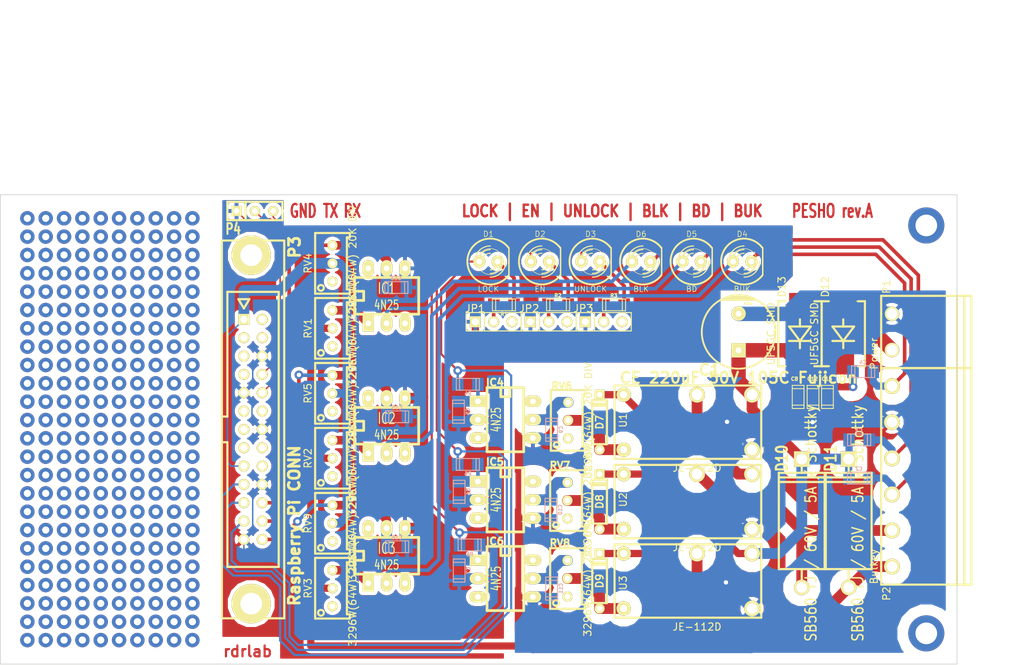
<source format=kicad_pcb>
(kicad_pcb (version 20171130) (host pcbnew "(5.1.12)-1")
  (title_block (title Pesho) (date "Fri 03 Oct 2014") (rev rev.A) (company rdrlab))
  (layers (0 F.Cu signal) (31 B.Cu signal) (34 B.Paste user) (35 F.Paste user) (36 B.SilkS user) (37 F.SilkS user) (38 B.Mask user) (39 F.Mask user) (44 Edge.Cuts user))
  (net 0 "")
  (net 1 +12V)
  (net 2 GNDA)
  (net 3 /BUK)
  (net 4 /BD)
  (net 5 /BLK)
  (net 6 "Net-(C5-Pad1)")
  (net 7 GND)
  (net 8 "Net-(C6-Pad1)")
  (net 9 "Net-(C7-Pad1)")
  (net 10 "Net-(C9-Pad1)")
  (net 11 "Net-(C10-Pad1)")
  (net 12 "Net-(C11-Pad1)")
  (net 13 /GPIO25)
  (net 14 /GPIO8)
  (net 15 /GPIO7)
  (net 16 /GPIO10)
  (net 17 "Net-(D1-Pad2)")
  (net 18 /GPIO9)
  (net 19 "Net-(D2-Pad2)")
  (net 20 /GPIO11)
  (net 21 "Net-(D3-Pad2)")
  (net 22 "Net-(D4-Pad1)")
  (net 23 "Net-(D5-Pad1)")
  (net 24 "Net-(D6-Pad1)")
  (net 25 /LOCK)
  (net 26 /EN)
  (net 27 /UNLOCK)
  (net 28 /BM-)
  (net 29 /BM+)
  (net 30 "Net-(IC1-Pad1)")
  (net 31 "Net-(IC2-Pad1)")
  (net 32 "Net-(IC3-Pad1)")
  (net 33 "Net-(JP1-Pad2)")
  (net 34 "Net-(JP2-Pad2)")
  (net 35 "Net-(JP3-Pad2)")
  (net 36 +3.3V)
  (net 37 /TX)
  (net 38 /RX)
  (net 39 "Net-(U1-Pad3)")
  (net 40 "Net-(D12-Pad1)")
  (net 41 "Net-(IC1-Pad6)")
  (net 42 "Net-(IC2-Pad6)")
  (net 43 "Net-(IC3-Pad6)")
  (net 44 "Net-(IC4-Pad6)")
  (net 45 "Net-(IC5-Pad6)")
  (net 46 "Net-(IC6-Pad6)")
  (net 47 "Net-(P3-Pad2)")
  (net 48 "Net-(P3-Pad3)")
  (net 49 "Net-(P3-Pad4)")
  (net 50 "Net-(P3-Pad5)")
  (net 51 "Net-(P3-Pad7)")
  (net 52 "Net-(P3-Pad11)")
  (net 53 "Net-(P3-Pad12)")
  (net 54 "Net-(P3-Pad13)")
  (net 55 "Net-(P3-Pad15)")
  (net 56 "Net-(P3-Pad16)")
  (net 57 "Net-(P3-Pad18)")
  (net 58 "Net-(RV1-Pad3)")
  (net 59 "Net-(RV2-Pad3)")
  (net 60 "Net-(RV3-Pad3)")
  (net 61 "Net-(RV4-Pad3)")
  (net 62 "Net-(RV5-Pad3)")
  (net 63 "Net-(RV6-Pad3)")
  (net 64 "Net-(RV7-Pad3)")
  (net 65 "Net-(RV8-Pad3)")
  (net 66 "Net-(RV9-Pad3)")
  (module capacitors:CP_10x13mm (layer F.Cu) (at 174.5 79.75)
    (fp_text reference C1 (at -4 5.25) (layer F.SilkS) (effects (font (size 1.524 1.524) (thickness 0.3048))))
    (fp_text value "CE 220uF 50V 105C Fujicon" (at 0 6.35) (layer F.SilkS) (effects (font (size 1.524 1.524) (thickness 0.3048))))
    (pad 1 thru_hole rect (at 0 2.54) (size 1.99898 1.99898) (drill 0.8) (layers *.Cu *.Mask F.SilkS) (net 1 +12V))
    (pad 2 thru_hole circle (at 0 -2.54) (size 1.99898 1.99898) (drill 0.8) (layers *.Cu *.Mask F.SilkS) (net 2 GNDA))
  )
  (module smd_capacitors:c_1206 (layer B.Cu) (at 191.2 100 180)
    (fp_text reference C2 (at 0.0254 1.2954 180) (layer B.SilkS) (effects (font (size 0.50038 0.50038) (thickness 0.11938)) (justify mirror)))
    (fp_text value 10nF hide)
    (pad 1 smd rect (at 1.397 0 180) (size 1.6002 1.8034) (layers B.Cu B.Paste B.Mask) (net 1 +12V))
    (pad 2 smd rect (at -1.397 0 180) (size 1.6002 1.8034) (layers B.Cu B.Paste B.Mask) (net 5 /BLK))
  )
  (module smd_capacitors:c_1206 (layer B.Cu) (at 191.2 94.7 180)
    (fp_text reference C3 (at 0.0254 1.2954 180) (layer B.SilkS) (effects (font (size 0.50038 0.50038) (thickness 0.11938)) (justify mirror)))
    (fp_text value 10nF hide)
    (pad 1 smd rect (at 1.397 0 180) (size 1.6002 1.8034) (layers B.Cu B.Paste B.Mask) (net 1 +12V))
    (pad 2 smd rect (at -1.397 0 180) (size 1.6002 1.8034) (layers B.Cu B.Paste B.Mask) (net 4 /BD))
  )
  (module smd_capacitors:c_1206 (layer B.Cu) (at 191.75 85.25 180)
    (fp_text reference C4 (at 0.0254 1.2954 180) (layer B.SilkS) (effects (font (size 0.50038 0.50038) (thickness 0.11938)) (justify mirror)))
    (fp_text value 10nF hide)
    (pad 1 smd rect (at 1.397 0 180) (size 1.6002 1.8034) (layers B.Cu B.Paste B.Mask) (net 1 +12V))
    (pad 2 smd rect (at -1.397 0 180) (size 1.6002 1.8034) (layers B.Cu B.Paste B.Mask) (net 3 /BUK))
  )
  (module smd_capacitors:c_1206 (layer B.Cu) (at 135.7 90.8 90)
    (fp_text reference C5 (at 0.0254 1.2954 90) (layer B.SilkS) (effects (font (size 0.50038 0.50038) (thickness 0.11938)) (justify mirror)))
    (fp_text value 10nF hide)
    (pad 1 smd rect (at 1.397 0 90) (size 1.6002 1.8034) (layers B.Cu B.Paste B.Mask) (net 6 "Net-(C5-Pad1)"))
    (pad 2 smd rect (at -1.397 0 90) (size 1.6002 1.8034) (layers B.Cu B.Paste B.Mask) (net 7 GND))
  )
  (module smd_capacitors:c_1206 (layer B.Cu) (at 135.8 101.9 90)
    (fp_text reference C6 (at 0.0254 1.2954 90) (layer B.SilkS) (effects (font (size 0.50038 0.50038) (thickness 0.11938)) (justify mirror)))
    (fp_text value 10nF hide)
    (pad 1 smd rect (at 1.397 0 90) (size 1.6002 1.8034) (layers B.Cu B.Paste B.Mask) (net 8 "Net-(C6-Pad1)"))
    (pad 2 smd rect (at -1.397 0 90) (size 1.6002 1.8034) (layers B.Cu B.Paste B.Mask) (net 7 GND))
  )
  (module smd_capacitors:c_1206 (layer B.Cu) (at 135.8 112.8 90)
    (fp_text reference C7 (at 0.0254 1.2954 90) (layer B.SilkS) (effects (font (size 0.50038 0.50038) (thickness 0.11938)) (justify mirror)))
    (fp_text value 10nF hide)
    (pad 1 smd rect (at 1.397 0 90) (size 1.6002 1.8034) (layers B.Cu B.Paste B.Mask) (net 9 "Net-(C7-Pad1)"))
    (pad 2 smd rect (at -1.397 0 90) (size 1.6002 1.8034) (layers B.Cu B.Paste B.Mask) (net 7 GND))
  )
  (module smd_capacitors:c_1206 (layer F.Cu) (at 182.75 88.75 90)
    (fp_text reference C8 (at 2.5 -0.5) (layer F.SilkS) (effects (font (size 0.50038 0.50038) (thickness 0.11938))))
    (fp_text value 10uF hide)
    (pad 1 smd rect (at 1.397 0 90) (size 1.6002 1.8034) (layers F.Cu F.Paste F.Mask) (net 1 +12V))
    (pad 2 smd rect (at -1.397 0 90) (size 1.6002 1.8034) (layers F.Cu F.Paste F.Mask) (net 2 GNDA))
  )
  (module smd_capacitors:c_1206 (layer B.Cu) (at 148.6 93.3 90)
    (fp_text reference C9 (at 0.0254 1.2954 90) (layer B.SilkS) (effects (font (size 0.50038 0.50038) (thickness 0.11938)) (justify mirror)))
    (fp_text value 10nF hide)
    (pad 1 smd rect (at 1.397 0 90) (size 1.6002 1.8034) (layers B.Cu B.Paste B.Mask) (net 10 "Net-(C9-Pad1)"))
    (pad 2 smd rect (at -1.397 0 90) (size 1.6002 1.8034) (layers B.Cu B.Paste B.Mask) (net 2 GNDA))
  )
  (module smd_capacitors:c_1206 (layer B.Cu) (at 148.5 104.4 90)
    (fp_text reference C10 (at 0.0254 1.2954 90) (layer B.SilkS) (effects (font (size 0.50038 0.50038) (thickness 0.11938)) (justify mirror)))
    (fp_text value 10nF hide)
    (pad 1 smd rect (at 1.397 0 90) (size 1.6002 1.8034) (layers B.Cu B.Paste B.Mask) (net 11 "Net-(C10-Pad1)"))
    (pad 2 smd rect (at -1.397 0 90) (size 1.6002 1.8034) (layers B.Cu B.Paste B.Mask) (net 2 GNDA))
  )
  (module smd_capacitors:c_1206 (layer B.Cu) (at 148.6 115.3 90)
    (fp_text reference C11 (at 0.0254 1.2954 90) (layer B.SilkS) (effects (font (size 0.50038 0.50038) (thickness 0.11938)) (justify mirror)))
    (fp_text value 10nF hide)
    (pad 1 smd rect (at 1.397 0 90) (size 1.6002 1.8034) (layers B.Cu B.Paste B.Mask) (net 12 "Net-(C11-Pad1)"))
    (pad 2 smd rect (at -1.397 0 90) (size 1.6002 1.8034) (layers B.Cu B.Paste B.Mask) (net 2 GNDA))
  )
  (module smd_capacitors:c_1206 (layer F.Cu) (at 184.81 88.75 90)
    (fp_text reference C12 (at 2.5 -0.06 180) (layer F.SilkS) (effects (font (size 0.50038 0.50038) (thickness 0.11938))))
    (fp_text value 100nF hide)
    (pad 1 smd rect (at 1.397 0 90) (size 1.6002 1.8034) (layers F.Cu F.Paste F.Mask) (net 1 +12V))
    (pad 2 smd rect (at -1.397 0 90) (size 1.6002 1.8034) (layers F.Cu F.Paste F.Mask) (net 2 GNDA))
  )
  (module smd_capacitors:c_1206 (layer B.Cu) (at 127.1 73.6 180)
    (fp_text reference C13 (at 0.0254 1.2954 180) (layer B.SilkS) (effects (font (size 0.50038 0.50038) (thickness 0.11938)) (justify mirror)))
    (fp_text value 10nF hide)
    (pad 1 smd rect (at 1.397 0 180) (size 1.6002 1.8034) (layers B.Cu B.Paste B.Mask) (net 13 /GPIO25))
    (pad 2 smd rect (at -1.397 0 180) (size 1.6002 1.8034) (layers B.Cu B.Paste B.Mask) (net 7 GND))
  )
  (module smd_capacitors:c_1206 (layer F.Cu) (at 186.81 88.75 90)
    (fp_text reference C14 (at 2.5 -0.06 180) (layer F.SilkS) (effects (font (size 0.50038 0.50038) (thickness 0.11938))))
    (fp_text value 100pF hide)
    (pad 1 smd rect (at 1.397 0 90) (size 1.6002 1.8034) (layers F.Cu F.Paste F.Mask) (net 1 +12V))
    (pad 2 smd rect (at -1.397 0 90) (size 1.6002 1.8034) (layers F.Cu F.Paste F.Mask) (net 2 GNDA))
  )
  (module smd_capacitors:c_1206 (layer B.Cu) (at 127.2 91.5 180)
    (fp_text reference C15 (at 0.0254 1.2954 180) (layer B.SilkS) (effects (font (size 0.50038 0.50038) (thickness 0.11938)) (justify mirror)))
    (fp_text value 10nF hide)
    (pad 1 smd rect (at 1.397 0 180) (size 1.6002 1.8034) (layers B.Cu B.Paste B.Mask) (net 14 /GPIO8))
    (pad 2 smd rect (at -1.397 0 180) (size 1.6002 1.8034) (layers B.Cu B.Paste B.Mask) (net 7 GND))
  )
  (module smd_capacitors:c_1206 (layer B.Cu) (at 127.2 109.5 180)
    (fp_text reference C16 (at 0.0254 1.2954 180) (layer B.SilkS) (effects (font (size 0.50038 0.50038) (thickness 0.11938)) (justify mirror)))
    (fp_text value 10nF hide)
    (pad 1 smd rect (at 1.397 0 180) (size 1.6002 1.8034) (layers B.Cu B.Paste B.Mask) (net 15 /GPIO7))
    (pad 2 smd rect (at -1.397 0 180) (size 1.6002 1.8034) (layers B.Cu B.Paste B.Mask) (net 7 GND))
  )
  (module led:LED-5MM (layer F.Cu) (at 139.85 70)
    (fp_text reference D1 (at 0 -3.81) (layer F.SilkS) (effects (font (size 0.762 0.762) (thickness 0.0889))))
    (fp_text value LOCK (at 0 3.81) (layer F.SilkS) (effects (font (size 0.762 0.762) (thickness 0.0889))))
    (pad 1 thru_hole circle (at -1.27 0) (size 1.6764 1.6764) (drill 0.8) (layers *.Cu *.Mask F.SilkS) (net 16 /GPIO10))
    (pad 2 thru_hole circle (at 1.27 0) (size 1.6764 1.6764) (drill 0.8) (layers *.Cu *.Mask F.SilkS) (net 17 "Net-(D1-Pad2)"))
  )
  (module led:LED-5MM (layer F.Cu) (at 147 70)
    (fp_text reference D2 (at 0 -3.81) (layer F.SilkS) (effects (font (size 0.762 0.762) (thickness 0.0889))))
    (fp_text value EN (at 0 3.81) (layer F.SilkS) (effects (font (size 0.762 0.762) (thickness 0.0889))))
    (pad 1 thru_hole circle (at -1.27 0) (size 1.6764 1.6764) (drill 0.8) (layers *.Cu *.Mask F.SilkS) (net 18 /GPIO9))
    (pad 2 thru_hole circle (at 1.27 0) (size 1.6764 1.6764) (drill 0.8) (layers *.Cu *.Mask F.SilkS) (net 19 "Net-(D2-Pad2)"))
  )
  (module led:LED-5MM (layer F.Cu) (at 154 70)
    (fp_text reference D3 (at 0 -3.81) (layer F.SilkS) (effects (font (size 0.762 0.762) (thickness 0.0889))))
    (fp_text value UNLOCK (at 0 3.81) (layer F.SilkS) (effects (font (size 0.762 0.762) (thickness 0.0889))))
    (pad 1 thru_hole circle (at -1.27 0) (size 1.6764 1.6764) (drill 0.8) (layers *.Cu *.Mask F.SilkS) (net 20 /GPIO11))
    (pad 2 thru_hole circle (at 1.27 0) (size 1.6764 1.6764) (drill 0.8) (layers *.Cu *.Mask F.SilkS) (net 21 "Net-(D3-Pad2)"))
  )
  (module led:LED-5MM (layer F.Cu) (at 175 70)
    (fp_text reference D4 (at 0 -3.81) (layer F.SilkS) (effects (font (size 0.762 0.762) (thickness 0.0889))))
    (fp_text value BUK (at 0 3.81) (layer F.SilkS) (effects (font (size 0.762 0.762) (thickness 0.0889))))
    (pad 1 thru_hole circle (at -1.27 0) (size 1.6764 1.6764) (drill 0.8) (layers *.Cu *.Mask F.SilkS) (net 22 "Net-(D4-Pad1)"))
    (pad 2 thru_hole circle (at 1.27 0) (size 1.6764 1.6764) (drill 0.8) (layers *.Cu *.Mask F.SilkS) (net 3 /BUK))
  )
  (module led:LED-5MM (layer F.Cu) (at 168 70)
    (fp_text reference D5 (at 0 -3.81) (layer F.SilkS) (effects (font (size 0.762 0.762) (thickness 0.0889))))
    (fp_text value BD (at 0 3.81) (layer F.SilkS) (effects (font (size 0.762 0.762) (thickness 0.0889))))
    (pad 1 thru_hole circle (at -1.27 0) (size 1.6764 1.6764) (drill 0.8) (layers *.Cu *.Mask F.SilkS) (net 23 "Net-(D5-Pad1)"))
    (pad 2 thru_hole circle (at 1.27 0) (size 1.6764 1.6764) (drill 0.8) (layers *.Cu *.Mask F.SilkS) (net 4 /BD))
  )
  (module led:LED-5MM (layer F.Cu) (at 161 70)
    (fp_text reference D6 (at 0 -3.81) (layer F.SilkS) (effects (font (size 0.762 0.762) (thickness 0.0889))))
    (fp_text value BLK (at 0 3.81) (layer F.SilkS) (effects (font (size 0.762 0.762) (thickness 0.0889))))
    (pad 1 thru_hole circle (at -1.27 0) (size 1.6764 1.6764) (drill 0.8) (layers *.Cu *.Mask F.SilkS) (net 24 "Net-(D6-Pad1)"))
    (pad 2 thru_hole circle (at 1.27 0) (size 1.6764 1.6764) (drill 0.8) (layers *.Cu *.Mask F.SilkS) (net 5 /BLK))
  )
  (module discret:D3 (layer F.Cu) (at 155.25 92.25 90)
    (fp_text reference D7 (at 0 0 90) (layer F.SilkS) (effects (font (size 1.016 1.016) (thickness 0.2032))))
    (fp_text value "SB560 YJ / 60V / 5A / Schottky" hide)
    (pad 2 thru_hole rect (at 3.81 0 90) (size 1.397 1.397) (drill 0.8) (layers *.Cu *.Mask F.SilkS) (net 1 +12V))
    (pad 1 thru_hole circle (at -3.81 0 90) (size 1.397 1.397) (drill 0.8) (layers *.Cu *.Mask F.SilkS) (net 25 /LOCK))
  )
  (module discret:D3 (layer F.Cu) (at 155.25 103.25 90)
    (fp_text reference D8 (at 0 0 90) (layer F.SilkS) (effects (font (size 1.016 1.016) (thickness 0.2032))))
    (fp_text value "SB560 YJ / 60V / 5A / Schottky" hide)
    (pad 2 thru_hole rect (at 3.81 0 90) (size 1.397 1.397) (drill 0.8) (layers *.Cu *.Mask F.SilkS) (net 1 +12V))
    (pad 1 thru_hole circle (at -3.81 0 90) (size 1.397 1.397) (drill 0.8) (layers *.Cu *.Mask F.SilkS) (net 26 /EN))
  )
  (module discret:D3 (layer F.Cu) (at 155.25 114.25 90)
    (fp_text reference D9 (at 0 0 90) (layer F.SilkS) (effects (font (size 1.016 1.016) (thickness 0.2032))))
    (fp_text value "SB560 YJ / 60V / 5A / Schottky" hide)
    (pad 2 thru_hole rect (at 3.81 0 90) (size 1.397 1.397) (drill 0.8) (layers *.Cu *.Mask F.SilkS) (net 1 +12V))
    (pad 1 thru_hole circle (at -3.81 0 90) (size 1.397 1.397) (drill 0.8) (layers *.Cu *.Mask F.SilkS) (net 27 /UNLOCK))
  )
  (module discret:D6.5 (layer F.Cu) (at 183.25 106.25 90)
    (fp_text reference D10 (at 9 -2.75 90) (layer F.SilkS) (effects (font (size 1.524 1.27) (thickness 0.3))))
    (fp_text value "SB560 YJ / 60V / 5A / Schottky" (at 0 1.27 90) (layer F.SilkS) (effects (font (size 1.524 1.27) (thickness 0.2032))))
    (pad 1 thru_hole circle (at -8.89 0 90) (size 2.159 2.159) (drill 1.5) (layers *.Cu *.Mask F.SilkS) (net 28 /BM-))
    (pad 2 thru_hole rect (at 8.89 0 90) (size 2.159 2.159) (drill 1.5) (layers *.Cu *.Mask F.SilkS) (net 1 +12V))
  )
  (module discret:D6.5 (layer F.Cu) (at 189.75 106.25 90)
    (fp_text reference D11 (at 9 -2.5 90) (layer F.SilkS) (effects (font (size 1.524 1.27) (thickness 0.3))))
    (fp_text value "SB560 YJ / 60V / 5A / Schottky" (at 0 1.27 90) (layer F.SilkS) (effects (font (size 1.524 1.27) (thickness 0.2032))))
    (pad 1 thru_hole circle (at -8.89 0 90) (size 2.159 2.159) (drill 1.5) (layers *.Cu *.Mask F.SilkS) (net 29 /BM+))
    (pad 2 thru_hole rect (at 8.89 0 90) (size 2.159 2.159) (drill 1.5) (layers *.Cu *.Mask F.SilkS) (net 1 +12V))
  )
  (module dip_sockets:DIP-6__300_ELL (layer F.Cu) (at 125.75 74.75)
    (fp_text reference IC1 (at 0 -1.016) (layer F.SilkS) (effects (font (size 1.524 1.016) (thickness 0.1524))))
    (fp_text value 4N25 (at 0 1.27) (layer F.SilkS) (effects (font (size 1.27 0.889) (thickness 0.1524))))
    (pad 1 thru_hole rect (at -2.54 3.81) (size 1.5748 2.286) (drill 0.8) (layers *.Cu *.Mask F.SilkS) (net 30 "Net-(IC1-Pad1)"))
    (pad 2 thru_hole oval (at 0 3.81) (size 1.5748 2.286) (drill 0.8) (layers *.Cu *.Mask F.SilkS) (net 24 "Net-(D6-Pad1)"))
    (pad 3 thru_hole oval (at 2.54 3.81) (size 1.5748 2.286) (drill 0.8) (layers *.Cu *.Mask F.SilkS))
    (pad 4 thru_hole oval (at 2.54 -3.81) (size 1.5748 2.286) (drill 0.8) (layers *.Cu *.Mask F.SilkS) (net 7 GND))
    (pad 5 thru_hole oval (at 0 -3.81) (size 1.5748 2.286) (drill 0.8) (layers *.Cu *.Mask F.SilkS) (net 13 /GPIO25))
    (pad 6 thru_hole oval (at -2.54 -3.81) (size 1.5748 2.286) (drill 0.8) (layers *.Cu *.Mask F.SilkS) (net 41 "Net-(IC1-Pad6)"))
  )
  (module dip_sockets:DIP-6__300_ELL (layer F.Cu) (at 125.75 92.75)
    (fp_text reference IC2 (at 0 -1.016) (layer F.SilkS) (effects (font (size 1.524 1.016) (thickness 0.1524))))
    (fp_text value 4N25 (at 0 1.27) (layer F.SilkS) (effects (font (size 1.27 0.889) (thickness 0.1524))))
    (pad 1 thru_hole rect (at -2.54 3.81) (size 1.5748 2.286) (drill 0.8) (layers *.Cu *.Mask F.SilkS) (net 31 "Net-(IC2-Pad1)"))
    (pad 2 thru_hole oval (at 0 3.81) (size 1.5748 2.286) (drill 0.8) (layers *.Cu *.Mask F.SilkS) (net 23 "Net-(D5-Pad1)"))
    (pad 3 thru_hole oval (at 2.54 3.81) (size 1.5748 2.286) (drill 0.8) (layers *.Cu *.Mask F.SilkS))
    (pad 4 thru_hole oval (at 2.54 -3.81) (size 1.5748 2.286) (drill 0.8) (layers *.Cu *.Mask F.SilkS) (net 7 GND))
    (pad 5 thru_hole oval (at 0 -3.81) (size 1.5748 2.286) (drill 0.8) (layers *.Cu *.Mask F.SilkS) (net 14 /GPIO8))
    (pad 6 thru_hole oval (at -2.54 -3.81) (size 1.5748 2.286) (drill 0.8) (layers *.Cu *.Mask F.SilkS) (net 42 "Net-(IC2-Pad6)"))
  )
  (module dip_sockets:DIP-6__300_ELL (layer F.Cu) (at 125.75 110.75)
    (fp_text reference IC3 (at 0 -1.016) (layer F.SilkS) (effects (font (size 1.524 1.016) (thickness 0.1524))))
    (fp_text value 4N25 (at 0 1.27) (layer F.SilkS) (effects (font (size 1.27 0.889) (thickness 0.1524))))
    (pad 1 thru_hole rect (at -2.54 3.81) (size 1.5748 2.286) (drill 0.8) (layers *.Cu *.Mask F.SilkS) (net 32 "Net-(IC3-Pad1)"))
    (pad 2 thru_hole oval (at 0 3.81) (size 1.5748 2.286) (drill 0.8) (layers *.Cu *.Mask F.SilkS) (net 22 "Net-(D4-Pad1)"))
    (pad 3 thru_hole oval (at 2.54 3.81) (size 1.5748 2.286) (drill 0.8) (layers *.Cu *.Mask F.SilkS))
    (pad 4 thru_hole oval (at 2.54 -3.81) (size 1.5748 2.286) (drill 0.8) (layers *.Cu *.Mask F.SilkS) (net 7 GND))
    (pad 5 thru_hole oval (at 0 -3.81) (size 1.5748 2.286) (drill 0.8) (layers *.Cu *.Mask F.SilkS) (net 15 /GPIO7))
    (pad 6 thru_hole oval (at -2.54 -3.81) (size 1.5748 2.286) (drill 0.8) (layers *.Cu *.Mask F.SilkS) (net 43 "Net-(IC3-Pad6)"))
  )
  (module dip_sockets:DIP-6__300_ELL (layer F.Cu) (at 142.2 91.9 270)
    (fp_text reference IC4 (at -5.15 1.45) (layer F.SilkS) (effects (font (thickness 0.25))))
    (fp_text value 4N25 (at 0 1.27 270) (layer F.SilkS) (effects (font (size 1.27 0.889) (thickness 0.1524))))
    (pad 1 thru_hole rect (at -2.54 3.81 270) (size 1.5748 2.286) (drill 0.8) (layers *.Cu *.Mask F.SilkS) (net 6 "Net-(C5-Pad1)"))
    (pad 2 thru_hole oval (at 0 3.81 270) (size 1.5748 2.286) (drill 0.8) (layers *.Cu *.Mask F.SilkS) (net 7 GND))
    (pad 3 thru_hole oval (at 2.54 3.81 270) (size 1.5748 2.286) (drill 0.8) (layers *.Cu *.Mask F.SilkS))
    (pad 4 thru_hole oval (at 2.54 -3.81 270) (size 1.5748 2.286) (drill 0.8) (layers *.Cu *.Mask F.SilkS) (net 2 GNDA))
    (pad 5 thru_hole oval (at 0 -3.81 270) (size 1.5748 2.286) (drill 0.8) (layers *.Cu *.Mask F.SilkS) (net 10 "Net-(C9-Pad1)"))
    (pad 6 thru_hole oval (at -2.54 -3.81 270) (size 1.5748 2.286) (drill 0.8) (layers *.Cu *.Mask F.SilkS) (net 44 "Net-(IC4-Pad6)"))
  )
  (module dip_sockets:DIP-6__300_ELL (layer F.Cu) (at 142.2 103 270)
    (fp_text reference IC5 (at -5.25 1.45) (layer F.SilkS) (effects (font (thickness 0.25))))
    (fp_text value 4N25 (at 0 1.27 270) (layer F.SilkS) (effects (font (size 1.27 0.889) (thickness 0.1524))))
    (pad 1 thru_hole rect (at -2.54 3.81 270) (size 1.5748 2.286) (drill 0.8) (layers *.Cu *.Mask F.SilkS) (net 8 "Net-(C6-Pad1)"))
    (pad 2 thru_hole oval (at 0 3.81 270) (size 1.5748 2.286) (drill 0.8) (layers *.Cu *.Mask F.SilkS) (net 7 GND))
    (pad 3 thru_hole oval (at 2.54 3.81 270) (size 1.5748 2.286) (drill 0.8) (layers *.Cu *.Mask F.SilkS))
    (pad 4 thru_hole oval (at 2.54 -3.81 270) (size 1.5748 2.286) (drill 0.8) (layers *.Cu *.Mask F.SilkS) (net 2 GNDA))
    (pad 5 thru_hole oval (at 0 -3.81 270) (size 1.5748 2.286) (drill 0.8) (layers *.Cu *.Mask F.SilkS) (net 11 "Net-(C10-Pad1)"))
    (pad 6 thru_hole oval (at -2.54 -3.81 270) (size 1.5748 2.286) (drill 0.8) (layers *.Cu *.Mask F.SilkS) (net 45 "Net-(IC5-Pad6)"))
  )
  (module dip_sockets:DIP-6__300_ELL (layer F.Cu) (at 142.2 113.9 270)
    (fp_text reference IC6 (at -5.15 1.45) (layer F.SilkS) (effects (font (size 1 1.016) (thickness 0.25))))
    (fp_text value 4N25 (at 0 1.27 270) (layer F.SilkS) (effects (font (size 1.27 0.889) (thickness 0.1524))))
    (pad 1 thru_hole rect (at -2.54 3.81 270) (size 1.5748 2.286) (drill 0.8) (layers *.Cu *.Mask F.SilkS) (net 9 "Net-(C7-Pad1)"))
    (pad 2 thru_hole oval (at 0 3.81 270) (size 1.5748 2.286) (drill 0.8) (layers *.Cu *.Mask F.SilkS) (net 7 GND))
    (pad 3 thru_hole oval (at 2.54 3.81 270) (size 1.5748 2.286) (drill 0.8) (layers *.Cu *.Mask F.SilkS))
    (pad 4 thru_hole oval (at 2.54 -3.81 270) (size 1.5748 2.286) (drill 0.8) (layers *.Cu *.Mask F.SilkS) (net 2 GNDA))
    (pad 5 thru_hole oval (at 0 -3.81 270) (size 1.5748 2.286) (drill 0.8) (layers *.Cu *.Mask F.SilkS) (net 12 "Net-(C11-Pad1)"))
    (pad 6 thru_hole oval (at -2.54 -3.81 270) (size 1.5748 2.286) (drill 0.8) (layers *.Cu *.Mask F.SilkS) (net 46 "Net-(IC6-Pad6)"))
  )
  (module pin_array:PIN_ARRAY_3X1 (layer F.Cu) (at 140.58 78.34)
    (fp_text reference JP1 (at -2.58 -1.84) (layer F.SilkS) (effects (font (size 1.016 1.016) (thickness 0.1524))))
    (fp_text value JUMPER hide)
    (pad 1 thru_hole rect (at -2.54 0) (size 1.524 1.524) (drill 1) (layers *.Cu *.Mask F.SilkS) (net 7 GND))
    (pad 2 thru_hole circle (at 0 0) (size 1.524 1.524) (drill 1) (layers *.Cu *.Mask F.SilkS) (net 33 "Net-(JP1-Pad2)"))
    (pad 3 thru_hole circle (at 2.54 0) (size 1.524 1.524) (drill 1) (layers *.Cu *.Mask F.SilkS))
  )
  (module pin_array:PIN_ARRAY_3X1 (layer F.Cu) (at 148.2 78.34)
    (fp_text reference JP2 (at -2.7 -1.84) (layer F.SilkS) (effects (font (size 1.016 1.016) (thickness 0.1524))))
    (fp_text value JUMPER hide)
    (pad 1 thru_hole rect (at -2.54 0) (size 1.524 1.524) (drill 1) (layers *.Cu *.Mask F.SilkS) (net 7 GND))
    (pad 2 thru_hole circle (at 0 0) (size 1.524 1.524) (drill 1) (layers *.Cu *.Mask F.SilkS) (net 34 "Net-(JP2-Pad2)"))
    (pad 3 thru_hole circle (at 2.54 0) (size 1.524 1.524) (drill 1) (layers *.Cu *.Mask F.SilkS))
  )
  (module pin_array:PIN_ARRAY_3X1 (layer F.Cu) (at 155.82 78.34)
    (fp_text reference JP3 (at -2.82 -1.84) (layer F.SilkS) (effects (font (size 1.016 1.016) (thickness 0.1524))))
    (fp_text value JUMPER hide)
    (pad 1 thru_hole rect (at -2.54 0) (size 1.524 1.524) (drill 1) (layers *.Cu *.Mask F.SilkS) (net 7 GND))
    (pad 2 thru_hole circle (at 0 0) (size 1.524 1.524) (drill 1) (layers *.Cu *.Mask F.SilkS) (net 35 "Net-(JP3-Pad2)"))
    (pad 3 thru_hole circle (at 2.54 0) (size 1.524 1.524) (drill 1) (layers *.Cu *.Mask F.SilkS))
  )
  (module pesho:HD-515R-2P (layer F.Cu) (at 195.75 79.75 90)
    (fp_text reference P1 (at 6.25 -0.75 90) (layer F.SilkS))
    (fp_text value Power (at -3 -2.5 90) (layer F.SilkS))
    (pad 1 thru_hole circle (at -2.5 0 90) (size 2 2) (drill 1.5) (layers *.Cu *.Mask F.SilkS) (net 40 "Net-(D12-Pad1)"))
    (pad 2 thru_hole circle (at 2.5 0 90) (size 2 2) (drill 1.5) (layers *.Cu *.Mask F.SilkS) (net 2 GNDA))
  )
  (module pesho:HD-515R-6P (layer F.Cu) (at 195.75 99.75 90)
    (fp_text reference P2 (at -16.25 -0.75 90) (layer F.SilkS))
    (fp_text value Bulkey (at -12.5 -2.5 90) (layer F.SilkS))
    (pad 1 thru_hole circle (at -12.5 0 90) (size 2.2 2.2) (drill 1.5) (layers *.Cu *.Mask F.SilkS) (net 29 /BM+))
    (pad 2 thru_hole circle (at -7.5 0 90) (size 2.2 2.2) (drill 1.5) (layers *.Cu *.Mask F.SilkS) (net 28 /BM-))
    (pad 3 thru_hole circle (at -2.5 0 90) (size 2.2 2.2) (drill 1.5) (layers *.Cu *.Mask F.SilkS) (net 5 /BLK))
    (pad 4 thru_hole circle (at 2.5 0 90) (size 2.2 2.2) (drill 1.5) (layers *.Cu *.Mask F.SilkS) (net 4 /BD))
    (pad 5 thru_hole circle (at 7.5 0 90) (size 2.2 2.2) (drill 1.5) (layers *.Cu *.Mask F.SilkS) (net 2 GNDA))
    (pad 6 thru_hole circle (at 12.5 0 90) (size 2.2 2.2) (drill 1.5) (layers *.Cu *.Mask F.SilkS) (net 3 /BUK))
  )
  (module connect:HE10_26D (layer F.Cu) (at 107.25 93.25 270)
    (fp_text reference P3 (at -25.25 -5.75 270) (layer F.SilkS) (effects (font (size 1.524 1.524) (thickness 0.381))))
    (fp_text value "Raspberry Pi CONN" (at 13.335 -5.715 270) (layer F.SilkS) (effects (font (size 1.524 1.524) (thickness 0.381))))
    (pad 1 thru_hole rect (at -15.24 1.27 270) (size 1.524 1.524) (drill 1) (layers *.Cu *.Mask F.SilkS) (net 36 +3.3V))
    (pad 2 thru_hole circle (at -15.24 -1.27 270) (size 1.524 1.524) (drill 1) (layers *.Cu *.Mask F.SilkS) (net 47 "Net-(P3-Pad2)"))
    (pad 3 thru_hole circle (at -12.7 1.27 270) (size 1.524 1.524) (drill 1) (layers *.Cu *.Mask F.SilkS) (net 48 "Net-(P3-Pad3)"))
    (pad 4 thru_hole circle (at -12.7 -1.27 270) (size 1.524 1.524) (drill 1) (layers *.Cu *.Mask F.SilkS) (net 49 "Net-(P3-Pad4)"))
    (pad 5 thru_hole circle (at -10.16 1.27 270) (size 1.524 1.524) (drill 1) (layers *.Cu *.Mask F.SilkS) (net 50 "Net-(P3-Pad5)"))
    (pad 6 thru_hole circle (at -10.16 -1.27 270) (size 1.524 1.524) (drill 1) (layers *.Cu *.Mask F.SilkS) (net 7 GND))
    (pad 7 thru_hole circle (at -7.62 1.27 270) (size 1.524 1.524) (drill 1) (layers *.Cu *.Mask F.SilkS) (net 51 "Net-(P3-Pad7)"))
    (pad 8 thru_hole circle (at -7.62 -1.27 270) (size 1.524 1.524) (drill 1) (layers *.Cu *.Mask F.SilkS) (net 37 /TX))
    (pad 9 thru_hole circle (at -5.08 1.27 270) (size 1.524 1.524) (drill 1) (layers *.Cu *.Mask F.SilkS) (net 7 GND))
    (pad 10 thru_hole circle (at -5.08 -1.27 270) (size 1.524 1.524) (drill 1) (layers *.Cu *.Mask F.SilkS) (net 38 /RX))
    (pad 11 thru_hole circle (at -2.54 1.27 270) (size 1.524 1.524) (drill 1) (layers *.Cu *.Mask F.SilkS) (net 52 "Net-(P3-Pad11)"))
    (pad 12 thru_hole circle (at -2.54 -1.27 270) (size 1.524 1.524) (drill 1) (layers *.Cu *.Mask F.SilkS) (net 53 "Net-(P3-Pad12)"))
    (pad 13 thru_hole circle (at 0 1.27 270) (size 1.524 1.524) (drill 1) (layers *.Cu *.Mask F.SilkS) (net 54 "Net-(P3-Pad13)"))
    (pad 14 thru_hole circle (at 0 -1.27 270) (size 1.524 1.524) (drill 1) (layers *.Cu *.Mask F.SilkS) (net 7 GND))
    (pad 15 thru_hole circle (at 2.54 1.27 270) (size 1.524 1.524) (drill 1) (layers *.Cu *.Mask F.SilkS) (net 55 "Net-(P3-Pad15)"))
    (pad 16 thru_hole circle (at 2.54 -1.27 270) (size 1.524 1.524) (drill 1) (layers *.Cu *.Mask F.SilkS) (net 56 "Net-(P3-Pad16)"))
    (pad 17 thru_hole circle (at 5.08 1.27 270) (size 1.524 1.524) (drill 1) (layers *.Cu *.Mask F.SilkS) (net 36 +3.3V))
    (pad 18 thru_hole circle (at 5.08 -1.27 270) (size 1.524 1.524) (drill 1) (layers *.Cu *.Mask F.SilkS) (net 57 "Net-(P3-Pad18)"))
    (pad 19 thru_hole circle (at 7.62 1.27 270) (size 1.524 1.524) (drill 1) (layers *.Cu *.Mask F.SilkS) (net 16 /GPIO10))
    (pad 20 thru_hole circle (at 7.62 -1.27 270) (size 1.524 1.524) (drill 1) (layers *.Cu *.Mask F.SilkS) (net 7 GND))
    (pad "" thru_hole circle (at -24.13 0.254 270) (size 5.461 5.461) (drill 3) (layers *.Cu *.Mask F.SilkS))
    (pad 21 thru_hole circle (at 10.16 1.27 270) (size 1.524 1.524) (drill 1) (layers *.Cu *.Mask F.SilkS) (net 18 /GPIO9))
    (pad 22 thru_hole circle (at 10.16 -1.27 270) (size 1.524 1.524) (drill 1) (layers *.Cu *.Mask F.SilkS) (net 13 /GPIO25))
    (pad 23 thru_hole circle (at 12.7 1.27 270) (size 1.524 1.524) (drill 1) (layers *.Cu *.Mask F.SilkS) (net 20 /GPIO11))
    (pad 24 thru_hole circle (at 12.7 -1.27 270) (size 1.524 1.524) (drill 1) (layers *.Cu *.Mask F.SilkS) (net 14 /GPIO8))
    (pad 25 thru_hole circle (at 15.24 1.27 270) (size 1.524 1.524) (drill 1) (layers *.Cu *.Mask F.SilkS) (net 7 GND))
    (pad 26 thru_hole circle (at 15.24 -1.27 270) (size 1.524 1.524) (drill 1) (layers *.Cu *.Mask F.SilkS) (net 15 /GPIO7))
    (pad "" thru_hole circle (at 24.13 0.254 270) (size 5.461 5.461) (drill 3) (layers *.Cu *.Mask F.SilkS))
  )
  (module connect:SIL-3 (layer F.Cu) (at 107.5 63)
    (fp_text reference P4 (at -3 2.5) (layer F.SilkS) (effects (font (size 1.5 1.07696) (thickness 0.26924))))
    (fp_text value Serial hide)
    (pad 1 thru_hole rect (at -2.54 0) (size 1.397 1.397) (drill 0.8) (layers *.Cu *.Mask F.SilkS) (net 7 GND))
    (pad 2 thru_hole circle (at 0 0) (size 1.397 1.397) (drill 0.8) (layers *.Cu *.Mask F.SilkS) (net 37 /TX))
    (pad 3 thru_hole circle (at 2.54 0) (size 1.397 1.397) (drill 0.8) (layers *.Cu *.Mask F.SilkS) (net 38 /RX))
  )
  (module smd_capacitors:c_1206 (layer F.Cu) (at 142 76)
    (fp_text reference R1 (at 0.0254 1.2954) (layer F.SilkS) (effects (font (size 0.50038 0.50038) (thickness 0.11938))))
    (fp_text value 2.7K hide)
    (pad 1 smd rect (at 1.397 0) (size 1.6002 1.8034) (layers F.Cu F.Paste F.Mask) (net 17 "Net-(D1-Pad2)"))
    (pad 2 smd rect (at -1.397 0) (size 1.6002 1.8034) (layers F.Cu F.Paste F.Mask) (net 33 "Net-(JP1-Pad2)"))
  )
  (module smd_capacitors:c_1206 (layer F.Cu) (at 149.5 76 180)
    (fp_text reference R2 (at 0.0254 1.2954 180) (layer F.SilkS) (effects (font (size 0.50038 0.50038) (thickness 0.11938))))
    (fp_text value 2.7K hide)
    (pad 1 smd rect (at 1.397 0 180) (size 1.6002 1.8034) (layers F.Cu F.Paste F.Mask) (net 34 "Net-(JP2-Pad2)"))
    (pad 2 smd rect (at -1.397 0 180) (size 1.6002 1.8034) (layers F.Cu F.Paste F.Mask) (net 19 "Net-(D2-Pad2)"))
  )
  (module smd_capacitors:c_1206 (layer F.Cu) (at 157.25 76 180)
    (fp_text reference R3 (at 0.0254 1.2954 180) (layer F.SilkS) (effects (font (size 0.50038 0.50038) (thickness 0.11938))))
    (fp_text value 2.7K hide)
    (pad 1 smd rect (at 1.397 0 180) (size 1.6002 1.8034) (layers F.Cu F.Paste F.Mask) (net 35 "Net-(JP3-Pad2)"))
    (pad 2 smd rect (at -1.397 0 180) (size 1.6002 1.8034) (layers F.Cu F.Paste F.Mask) (net 21 "Net-(D3-Pad2)"))
  )
  (module smd_capacitors:c_1206 (layer B.Cu) (at 137 87)
    (fp_text reference R4 (at 0.0254 1.2954) (layer B.SilkS) (effects (font (size 0.50038 0.50038) (thickness 0.11938)) (justify mirror)))
    (fp_text value 820 hide)
    (pad 1 smd rect (at 1.397 0) (size 1.6002 1.8034) (layers B.Cu B.Paste B.Mask) (net 6 "Net-(C5-Pad1)"))
    (pad 2 smd rect (at -1.397 0) (size 1.6002 1.8034) (layers B.Cu B.Paste B.Mask) (net 16 /GPIO10))
  )
  (module smd_capacitors:c_1206 (layer B.Cu) (at 137 98.1)
    (fp_text reference R5 (at 0.0254 1.2954) (layer B.SilkS) (effects (font (size 0.50038 0.50038) (thickness 0.11938)) (justify mirror)))
    (fp_text value 820 hide)
    (pad 1 smd rect (at 1.397 0) (size 1.6002 1.8034) (layers B.Cu B.Paste B.Mask) (net 8 "Net-(C6-Pad1)"))
    (pad 2 smd rect (at -1.397 0) (size 1.6002 1.8034) (layers B.Cu B.Paste B.Mask) (net 18 /GPIO9))
  )
  (module smd_capacitors:c_1206 (layer B.Cu) (at 137.25 109.25)
    (fp_text reference R6 (at 0.0254 1.2954) (layer B.SilkS) (effects (font (size 0.50038 0.50038) (thickness 0.11938)) (justify mirror)))
    (fp_text value 820 hide)
    (pad 1 smd rect (at 1.397 0) (size 1.6002 1.8034) (layers B.Cu B.Paste B.Mask) (net 9 "Net-(C7-Pad1)"))
    (pad 2 smd rect (at -1.397 0) (size 1.6002 1.8034) (layers B.Cu B.Paste B.Mask) (net 20 /GPIO11))
  )
  (module pesho:3968W (layer F.Cu) (at 118.25 79.25 270)
    (fp_text reference RV1 (at 0 3.4 270) (layer F.SilkS))
    (fp_text value "3296W(64W) 20K DIV" (at 0 -2.8 270) (layer F.SilkS))
    (pad 1 thru_hole circle (at -2.5 0 270) (size 1.4 1.4) (drill 0.8) (layers *.Cu *.Mask F.SilkS) (net 30 "Net-(IC1-Pad1)"))
    (pad 2 thru_hole circle (at 0 0 270) (size 1.4 1.4) (drill 0.8) (layers *.Cu *.Mask F.SilkS) (net 1 +12V))
    (pad 3 thru_hole circle (at 2.5 0 270) (size 1.4 1.4) (drill 0.8) (layers *.Cu *.Mask F.SilkS) (net 58 "Net-(RV1-Pad3)"))
  )
  (module pesho:3968W (layer F.Cu) (at 118.25 97.25 270)
    (fp_text reference RV2 (at 0 3.4 270) (layer F.SilkS))
    (fp_text value "3296W(64W) 20K DIV" (at 0 -2.8 270) (layer F.SilkS))
    (pad 1 thru_hole circle (at -2.5 0 270) (size 1.4 1.4) (drill 0.8) (layers *.Cu *.Mask F.SilkS) (net 31 "Net-(IC2-Pad1)"))
    (pad 2 thru_hole circle (at 0 0 270) (size 1.4 1.4) (drill 0.8) (layers *.Cu *.Mask F.SilkS) (net 1 +12V))
    (pad 3 thru_hole circle (at 2.5 0 270) (size 1.4 1.4) (drill 0.8) (layers *.Cu *.Mask F.SilkS) (net 59 "Net-(RV2-Pad3)"))
  )
  (module pesho:3968W (layer F.Cu) (at 118.25 115.25 270)
    (fp_text reference RV3 (at 0 3.4 270) (layer F.SilkS))
    (fp_text value "3296W(64W) 20K DIV" (at 0 -2.8 270) (layer F.SilkS))
    (pad 1 thru_hole circle (at -2.5 0 270) (size 1.4 1.4) (drill 0.8) (layers *.Cu *.Mask F.SilkS) (net 32 "Net-(IC3-Pad1)"))
    (pad 2 thru_hole circle (at 0 0 270) (size 1.4 1.4) (drill 0.8) (layers *.Cu *.Mask F.SilkS) (net 1 +12V))
    (pad 3 thru_hole circle (at 2.5 0 270) (size 1.4 1.4) (drill 0.8) (layers *.Cu *.Mask F.SilkS) (net 60 "Net-(RV3-Pad3)"))
  )
  (module pesho:3968W (layer F.Cu) (at 118.25 70.25 270)
    (fp_text reference RV4 (at 0 3.4 270) (layer F.SilkS))
    (fp_text value "3296W(64W) 20K DIV" (at 0 -2.8 270) (layer F.SilkS))
    (pad 1 thru_hole circle (at -2.5 0 270) (size 1.4 1.4) (drill 0.8) (layers *.Cu *.Mask F.SilkS) (net 13 /GPIO25))
    (pad 2 thru_hole circle (at 0 0 270) (size 1.4 1.4) (drill 0.8) (layers *.Cu *.Mask F.SilkS) (net 36 +3.3V))
    (pad 3 thru_hole circle (at 2.5 0 270) (size 1.4 1.4) (drill 0.8) (layers *.Cu *.Mask F.SilkS) (net 61 "Net-(RV4-Pad3)"))
  )
  (module pesho:3968W (layer F.Cu) (at 118.25 88.25 270)
    (fp_text reference RV5 (at 0 3.4 270) (layer F.SilkS))
    (fp_text value "3296W(64W) 20K DIV" (at 0 -2.8 270) (layer F.SilkS))
    (pad 1 thru_hole circle (at -2.5 0 270) (size 1.4 1.4) (drill 0.8) (layers *.Cu *.Mask F.SilkS) (net 14 /GPIO8))
    (pad 2 thru_hole circle (at 0 0 270) (size 1.4 1.4) (drill 0.8) (layers *.Cu *.Mask F.SilkS) (net 36 +3.3V))
    (pad 3 thru_hole circle (at 2.5 0 270) (size 1.4 1.4) (drill 0.8) (layers *.Cu *.Mask F.SilkS) (net 62 "Net-(RV5-Pad3)"))
  )
  (module pesho:3968W (layer F.Cu) (at 150.9 92 270)
    (fp_text reference RV6 (at -4.75 0.9) (layer F.SilkS) (effects (font (thickness 0.25))))
    (fp_text value "3296W(64W) 20K DIV" (at 0 -2.8 270) (layer F.SilkS))
    (pad 1 thru_hole circle (at -2.5 0 270) (size 1.4 1.4) (drill 0.8) (layers *.Cu *.Mask F.SilkS) (net 10 "Net-(C9-Pad1)"))
    (pad 2 thru_hole circle (at 0 0 270) (size 1.4 1.4) (drill 0.8) (layers *.Cu *.Mask F.SilkS) (net 25 /LOCK))
    (pad 3 thru_hole circle (at 2.5 0 270) (size 1.4 1.4) (drill 0.8) (layers *.Cu *.Mask F.SilkS) (net 63 "Net-(RV6-Pad3)"))
  )
  (module pesho:3968W (layer F.Cu) (at 150.8 103.1 270)
    (fp_text reference RV7 (at -4.85 1.05) (layer F.SilkS) (effects (font (thickness 0.25))))
    (fp_text value "3296W(64W) 20K DIV" (at 0 -2.8 270) (layer F.SilkS))
    (pad 1 thru_hole circle (at -2.5 0 270) (size 1.4 1.4) (drill 0.8) (layers *.Cu *.Mask F.SilkS) (net 11 "Net-(C10-Pad1)"))
    (pad 2 thru_hole circle (at 0 0 270) (size 1.4 1.4) (drill 0.8) (layers *.Cu *.Mask F.SilkS) (net 26 /EN))
    (pad 3 thru_hole circle (at 2.5 0 270) (size 1.4 1.4) (drill 0.8) (layers *.Cu *.Mask F.SilkS) (net 64 "Net-(RV7-Pad3)"))
  )
  (module pesho:3968W (layer F.Cu) (at 150.8 113.9 270)
    (fp_text reference RV8 (at -4.9 1.05) (layer F.SilkS) (effects (font (thickness 0.25))))
    (fp_text value "3296W(64W) 20K DIV" (at 0 -2.8 270) (layer F.SilkS))
    (pad 1 thru_hole circle (at -2.5 0 270) (size 1.4 1.4) (drill 0.8) (layers *.Cu *.Mask F.SilkS) (net 12 "Net-(C11-Pad1)"))
    (pad 2 thru_hole circle (at 0 0 270) (size 1.4 1.4) (drill 0.8) (layers *.Cu *.Mask F.SilkS) (net 27 /UNLOCK))
    (pad 3 thru_hole circle (at 2.5 0 270) (size 1.4 1.4) (drill 0.8) (layers *.Cu *.Mask F.SilkS) (net 65 "Net-(RV8-Pad3)"))
  )
  (module pesho:3968W (layer F.Cu) (at 118.25 106.25 270)
    (fp_text reference RV9 (at 0 3.4 270) (layer F.SilkS))
    (fp_text value "3296W(64W) 20K DIV" (at 0 -2.8 270) (layer F.SilkS))
    (pad 1 thru_hole circle (at -2.5 0 270) (size 1.4 1.4) (drill 0.8) (layers *.Cu *.Mask F.SilkS) (net 15 /GPIO7))
    (pad 2 thru_hole circle (at 0 0 270) (size 1.4 1.4) (drill 0.8) (layers *.Cu *.Mask F.SilkS) (net 36 +3.3V))
    (pad 3 thru_hole circle (at 2.5 0 270) (size 1.4 1.4) (drill 0.8) (layers *.Cu *.Mask F.SilkS) (net 66 "Net-(RV9-Pad3)"))
  )
  (module pesho:JE-112D (layer F.Cu) (at 168.75 92.25)
    (fp_text reference U1 (at -10.25 -0.25 90) (layer F.SilkS))
    (fp_text value JE-112D (at 0 6.35) (layer F.SilkS))
    (pad 3 thru_hole circle (at 0 -3.81) (size 2.2 2.2) (drill 1.5) (layers *.Cu *.Mask F.SilkS) (net 39 "Net-(U1-Pad3)"))
    (pad 5 thru_hole circle (at 7.62 3.81) (size 2.2 2.2) (drill 1.5) (layers *.Cu *.Mask F.SilkS) (net 2 GNDA))
    (pad 4 thru_hole circle (at 7.62 -3.81) (size 2.2 2.2) (drill 1.5) (layers *.Cu *.Mask F.SilkS) (net 1 +12V))
    (pad 1 thru_hole circle (at -10.16 -3.81) (size 2 2) (drill 1) (layers *.Cu *.Mask F.SilkS) (net 1 +12V))
    (pad 2 thru_hole circle (at -10.16 3.81) (size 2 2) (drill 1) (layers *.Cu *.Mask F.SilkS) (net 25 /LOCK))
  )
  (module pesho:JE-112D (layer F.Cu) (at 168.75 103.25)
    (fp_text reference U2 (at -10.25 -0.25 90) (layer F.SilkS))
    (fp_text value JE-112D (at 0 6.35) (layer F.SilkS))
    (pad 3 thru_hole circle (at 0 -3.81) (size 2.2 2.2) (drill 1.5) (layers *.Cu *.Mask F.SilkS) (net 28 /BM-))
    (pad 5 thru_hole circle (at 7.62 3.81) (size 2.2 2.2) (drill 1.5) (layers *.Cu *.Mask F.SilkS) (net 2 GNDA))
    (pad 4 thru_hole circle (at 7.62 -3.81) (size 2.2 2.2) (drill 1.5) (layers *.Cu *.Mask F.SilkS) (net 39 "Net-(U1-Pad3)"))
    (pad 1 thru_hole circle (at -10.16 -3.81) (size 2 2) (drill 1) (layers *.Cu *.Mask F.SilkS) (net 1 +12V))
    (pad 2 thru_hole circle (at -10.16 3.81) (size 2 2) (drill 1) (layers *.Cu *.Mask F.SilkS) (net 26 /EN))
  )
  (module pesho:JE-112D (layer F.Cu) (at 168.75 114.25)
    (fp_text reference U3 (at -10.25 0.25 90) (layer F.SilkS))
    (fp_text value JE-112D (at 0 6.35) (layer F.SilkS))
    (pad 3 thru_hole circle (at 0 -3.81) (size 2.2 2.2) (drill 1.5) (layers *.Cu *.Mask F.SilkS) (net 29 /BM+))
    (pad 5 thru_hole circle (at 7.62 3.81) (size 2.2 2.2) (drill 1.5) (layers *.Cu *.Mask F.SilkS) (net 2 GNDA))
    (pad 4 thru_hole circle (at 7.62 -3.81) (size 2.2 2.2) (drill 1.5) (layers *.Cu *.Mask F.SilkS) (net 1 +12V))
    (pad 1 thru_hole circle (at -10.16 -3.81) (size 2 2) (drill 1) (layers *.Cu *.Mask F.SilkS) (net 1 +12V))
    (pad 2 thru_hole circle (at -10.16 3.81) (size 2 2) (drill 1) (layers *.Cu *.Mask F.SilkS) (net 27 /UNLOCK))
  )
  (module pesho:DO-214AB (layer F.Cu) (at 189 80 270)
    (fp_text reference D12 (at -6.5 2.5 270) (layer F.SilkS))
    (fp_text value "UF5GC SMD" (at 0 4 270) (layer F.SilkS))
    (pad 1 smd rect (at -4.15 0 270) (size 3 3) (layers F.Cu F.Paste F.Mask) (net 40 "Net-(D12-Pad1)"))
    (pad 2 smd rect (at 4.15 0 270) (size 3 3) (layers F.Cu F.Paste F.Mask) (net 1 +12V))
  )
  (module pesho:DO-214AB (layer F.Cu) (at 183 80 270)
    (fp_text reference D13 (at -6.5 2.5 270) (layer F.SilkS))
    (fp_text value "UF5GC SMD" (at 0 4 270) (layer F.SilkS))
    (pad 1 smd rect (at -4.15 0 270) (size 3 3) (layers F.Cu F.Paste F.Mask) (net 40 "Net-(D12-Pad1)"))
    (pad 2 smd rect (at 4.15 0 270) (size 3 3) (layers F.Cu F.Paste F.Mask) (net 1 +12V))
  )
  (gr_text "PESHO rev.A" (at 187.5 63) (layer F.Cu) (effects (font (size 1.8 1.2) (thickness 0.3))))
  (gr_text "LOCK | EN | UNLOCK | BLK | BD | BUK" (at 157 63) (layer F.Cu) (effects (font (size 1.6 1.3) (thickness 0.325))))
  (gr_line (start 72.25 60.75) (end 102.25 60.75) (angle 90) (layer Edge.Cuts) (width 0.1))
  (gr_line (start 72.25 125.75) (end 72.25 60.75) (angle 90) (layer Edge.Cuts) (width 0.1))
  (gr_line (start 102.25 125.75) (end 72.25 125.75) (angle 90) (layer Edge.Cuts) (width 0.1))
  (gr_text rdrlab (at 106.5 124) (layer F.Cu) (effects (font (size 1.5 1.5) (thickness 0.3))))
  (gr_line (start 204.75 60.75) (end 102.25 60.75) (angle 90) (layer Edge.Cuts) (width 0.1))
  (gr_line (start 204.75 125.75) (end 102.25 125.75) (angle 90) (layer Edge.Cuts) (width 0.1))
  (gr_line (start 204.75 125.75) (end 204.75 60.75) (angle 90) (layer Edge.Cuts) (width 0.1))
  (gr_text GND (at 114.2 63) (layer F.Cu) (effects (font (size 1.8 1.2) (thickness 0.3))))
  (gr_text RX (at 121 63) (layer F.Cu) (effects (font (size 1.8 1.2) (thickness 0.3))))
  (gr_text TX (at 118 63) (layer F.Cu) (effects (font (size 1.8 1.2) (thickness 0.3))))
  (via (at 75.99 69.09) (size 2) (drill 1) (layers F.Cu B.Cu) (net 0))
  (via (at 75.99 66.55) (size 2) (drill 1) (layers F.Cu B.Cu) (net 0))
  (via (at 78.53 69.09) (size 2) (drill 1) (layers F.Cu B.Cu) (net 0))
  (via (at 78.53 66.55) (size 2) (drill 1) (layers F.Cu B.Cu) (net 0))
  (via (at 75.99 64.01) (size 2) (drill 1) (layers F.Cu B.Cu) (net 0))
  (via (at 78.53 64.01) (size 2) (drill 1) (layers F.Cu B.Cu) (net 0))
  (via (at 78.53 71.63) (size 2) (drill 1) (layers F.Cu B.Cu) (net 0))
  (via (at 75.99 71.63) (size 2) (drill 1) (layers F.Cu B.Cu) (net 0))
  (via (at 81.07 71.63) (size 2) (drill 1) (layers F.Cu B.Cu) (net 0))
  (via (at 83.61 71.63) (size 2) (drill 1) (layers F.Cu B.Cu) (net 0))
  (via (at 86.15 71.63) (size 2) (drill 1) (layers F.Cu B.Cu) (net 0))
  (via (at 88.69 71.63) (size 2) (drill 1) (layers F.Cu B.Cu) (net 0))
  (via (at 96.31 71.63) (size 2) (drill 1) (layers F.Cu B.Cu) (net 0))
  (via (at 93.77 71.63) (size 2) (drill 1) (layers F.Cu B.Cu) (net 0))
  (via (at 91.23 71.63) (size 2) (drill 1) (layers F.Cu B.Cu) (net 0))
  (via (at 98.85 71.63) (size 2) (drill 1) (layers F.Cu B.Cu) (net 0))
  (via (at 98.85 64.01) (size 2) (drill 1) (layers F.Cu B.Cu) (net 0))
  (via (at 98.85 66.55) (size 2) (drill 1) (layers F.Cu B.Cu) (net 0))
  (via (at 98.85 69.09) (size 2) (drill 1) (layers F.Cu B.Cu) (net 0))
  (via (at 96.31 69.09) (size 2) (drill 1) (layers F.Cu B.Cu) (net 0))
  (via (at 91.23 69.09) (size 2) (drill 1) (layers F.Cu B.Cu) (net 0))
  (via (at 91.23 66.55) (size 2) (drill 1) (layers F.Cu B.Cu) (net 0))
  (via (at 93.77 69.09) (size 2) (drill 1) (layers F.Cu B.Cu) (net 0))
  (via (at 93.77 66.55) (size 2) (drill 1) (layers F.Cu B.Cu) (net 0))
  (via (at 91.23 64.01) (size 2) (drill 1) (layers F.Cu B.Cu) (net 0))
  (via (at 93.77 64.01) (size 2) (drill 1) (layers F.Cu B.Cu) (net 0))
  (via (at 96.31 64.01) (size 2) (drill 1) (layers F.Cu B.Cu) (net 0))
  (via (at 96.31 66.55) (size 2) (drill 1) (layers F.Cu B.Cu) (net 0))
  (via (at 88.69 64.01) (size 2) (drill 1) (layers F.Cu B.Cu) (net 0))
  (via (at 88.69 66.55) (size 2) (drill 1) (layers F.Cu B.Cu) (net 0))
  (via (at 88.69 69.09) (size 2) (drill 1) (layers F.Cu B.Cu) (net 0))
  (via (at 86.15 66.55) (size 2) (drill 1) (layers F.Cu B.Cu) (net 0))
  (via (at 86.15 64.01) (size 2) (drill 1) (layers F.Cu B.Cu) (net 0))
  (via (at 83.61 64.01) (size 2) (drill 1) (layers F.Cu B.Cu) (net 0))
  (via (at 81.07 64.01) (size 2) (drill 1) (layers F.Cu B.Cu) (net 0))
  (via (at 83.61 66.55) (size 2) (drill 1) (layers F.Cu B.Cu) (net 0))
  (via (at 83.61 69.09) (size 2) (drill 1) (layers F.Cu B.Cu) (net 0))
  (via (at 81.07 66.55) (size 2) (drill 1) (layers F.Cu B.Cu) (net 0))
  (via (at 81.07 69.09) (size 2) (drill 1) (layers F.Cu B.Cu) (net 0))
  (via (at 86.15 69.09) (size 2) (drill 1) (layers F.Cu B.Cu) (net 0))
  (via (at 86.15 79.25) (size 2) (drill 1) (layers F.Cu B.Cu) (net 0))
  (via (at 81.07 79.25) (size 2) (drill 1) (layers F.Cu B.Cu) (net 0))
  (via (at 81.07 76.71) (size 2) (drill 1) (layers F.Cu B.Cu) (net 0))
  (via (at 83.61 79.25) (size 2) (drill 1) (layers F.Cu B.Cu) (net 0))
  (via (at 83.61 76.71) (size 2) (drill 1) (layers F.Cu B.Cu) (net 0))
  (via (at 81.07 74.17) (size 2) (drill 1) (layers F.Cu B.Cu) (net 0))
  (via (at 83.61 74.17) (size 2) (drill 1) (layers F.Cu B.Cu) (net 0))
  (via (at 86.15 74.17) (size 2) (drill 1) (layers F.Cu B.Cu) (net 0))
  (via (at 86.15 76.71) (size 2) (drill 1) (layers F.Cu B.Cu) (net 0))
  (via (at 88.69 79.25) (size 2) (drill 1) (layers F.Cu B.Cu) (net 0))
  (via (at 88.69 76.71) (size 2) (drill 1) (layers F.Cu B.Cu) (net 0))
  (via (at 88.69 74.17) (size 2) (drill 1) (layers F.Cu B.Cu) (net 0))
  (via (at 96.31 76.71) (size 2) (drill 1) (layers F.Cu B.Cu) (net 0))
  (via (at 96.31 74.17) (size 2) (drill 1) (layers F.Cu B.Cu) (net 0))
  (via (at 93.77 74.17) (size 2) (drill 1) (layers F.Cu B.Cu) (net 0))
  (via (at 91.23 74.17) (size 2) (drill 1) (layers F.Cu B.Cu) (net 0))
  (via (at 93.77 76.71) (size 2) (drill 1) (layers F.Cu B.Cu) (net 0))
  (via (at 93.77 79.25) (size 2) (drill 1) (layers F.Cu B.Cu) (net 0))
  (via (at 91.23 76.71) (size 2) (drill 1) (layers F.Cu B.Cu) (net 0))
  (via (at 91.23 79.25) (size 2) (drill 1) (layers F.Cu B.Cu) (net 0))
  (via (at 96.31 79.25) (size 2) (drill 1) (layers F.Cu B.Cu) (net 0))
  (via (at 98.85 79.25) (size 2) (drill 1) (layers F.Cu B.Cu) (net 0))
  (via (at 98.85 76.71) (size 2) (drill 1) (layers F.Cu B.Cu) (net 0))
  (via (at 98.85 74.17) (size 2) (drill 1) (layers F.Cu B.Cu) (net 0))
  (via (at 98.85 81.79) (size 2) (drill 1) (layers F.Cu B.Cu) (net 0))
  (via (at 98.85 84.33) (size 2) (drill 1) (layers F.Cu B.Cu) (net 0))
  (via (at 98.85 86.87) (size 2) (drill 1) (layers F.Cu B.Cu) (net 0))
  (via (at 98.85 89.41) (size 2) (drill 1) (layers F.Cu B.Cu) (net 0))
  (via (at 96.31 89.41) (size 2) (drill 1) (layers F.Cu B.Cu) (net 0))
  (via (at 91.23 89.41) (size 2) (drill 1) (layers F.Cu B.Cu) (net 0))
  (via (at 91.23 86.87) (size 2) (drill 1) (layers F.Cu B.Cu) (net 0))
  (via (at 93.77 89.41) (size 2) (drill 1) (layers F.Cu B.Cu) (net 0))
  (via (at 93.77 86.87) (size 2) (drill 1) (layers F.Cu B.Cu) (net 0))
  (via (at 91.23 84.33) (size 2) (drill 1) (layers F.Cu B.Cu) (net 0))
  (via (at 93.77 84.33) (size 2) (drill 1) (layers F.Cu B.Cu) (net 0))
  (via (at 91.23 81.79) (size 2) (drill 1) (layers F.Cu B.Cu) (net 0))
  (via (at 93.77 81.79) (size 2) (drill 1) (layers F.Cu B.Cu) (net 0))
  (via (at 96.31 81.79) (size 2) (drill 1) (layers F.Cu B.Cu) (net 0))
  (via (at 96.31 84.33) (size 2) (drill 1) (layers F.Cu B.Cu) (net 0))
  (via (at 96.31 86.87) (size 2) (drill 1) (layers F.Cu B.Cu) (net 0))
  (via (at 88.69 81.79) (size 2) (drill 1) (layers F.Cu B.Cu) (net 0))
  (via (at 88.69 84.33) (size 2) (drill 1) (layers F.Cu B.Cu) (net 0))
  (via (at 88.69 86.87) (size 2) (drill 1) (layers F.Cu B.Cu) (net 0))
  (via (at 88.69 89.41) (size 2) (drill 1) (layers F.Cu B.Cu) (net 0))
  (via (at 86.15 86.87) (size 2) (drill 1) (layers F.Cu B.Cu) (net 0))
  (via (at 86.15 84.33) (size 2) (drill 1) (layers F.Cu B.Cu) (net 0))
  (via (at 86.15 81.79) (size 2) (drill 1) (layers F.Cu B.Cu) (net 0))
  (via (at 83.61 81.79) (size 2) (drill 1) (layers F.Cu B.Cu) (net 0))
  (via (at 81.07 81.79) (size 2) (drill 1) (layers F.Cu B.Cu) (net 0))
  (via (at 83.61 84.33) (size 2) (drill 1) (layers F.Cu B.Cu) (net 0))
  (via (at 81.07 84.33) (size 2) (drill 1) (layers F.Cu B.Cu) (net 0))
  (via (at 83.61 86.87) (size 2) (drill 1) (layers F.Cu B.Cu) (net 0))
  (via (at 83.61 89.41) (size 2) (drill 1) (layers F.Cu B.Cu) (net 0))
  (via (at 81.07 86.87) (size 2) (drill 1) (layers F.Cu B.Cu) (net 0))
  (via (at 81.07 89.41) (size 2) (drill 1) (layers F.Cu B.Cu) (net 0))
  (via (at 86.15 89.41) (size 2) (drill 1) (layers F.Cu B.Cu) (net 0))
  (via (at 86.15 97.03) (size 2) (drill 1) (layers F.Cu B.Cu) (net 0))
  (via (at 81.07 97.03) (size 2) (drill 1) (layers F.Cu B.Cu) (net 0))
  (via (at 81.07 94.49) (size 2) (drill 1) (layers F.Cu B.Cu) (net 0))
  (via (at 83.61 97.03) (size 2) (drill 1) (layers F.Cu B.Cu) (net 0))
  (via (at 83.61 94.49) (size 2) (drill 1) (layers F.Cu B.Cu) (net 0))
  (via (at 81.07 91.95) (size 2) (drill 1) (layers F.Cu B.Cu) (net 0))
  (via (at 83.61 91.95) (size 2) (drill 1) (layers F.Cu B.Cu) (net 0))
  (via (at 86.15 91.95) (size 2) (drill 1) (layers F.Cu B.Cu) (net 0))
  (via (at 86.15 94.49) (size 2) (drill 1) (layers F.Cu B.Cu) (net 0))
  (via (at 88.69 97.03) (size 2) (drill 1) (layers F.Cu B.Cu) (net 0))
  (via (at 88.69 94.49) (size 2) (drill 1) (layers F.Cu B.Cu) (net 0))
  (via (at 88.69 91.95) (size 2) (drill 1) (layers F.Cu B.Cu) (net 0))
  (via (at 96.31 94.49) (size 2) (drill 1) (layers F.Cu B.Cu) (net 0))
  (via (at 96.31 91.95) (size 2) (drill 1) (layers F.Cu B.Cu) (net 0))
  (via (at 93.77 91.95) (size 2) (drill 1) (layers F.Cu B.Cu) (net 0))
  (via (at 91.23 91.95) (size 2) (drill 1) (layers F.Cu B.Cu) (net 0))
  (via (at 93.77 94.49) (size 2) (drill 1) (layers F.Cu B.Cu) (net 0))
  (via (at 93.77 97.03) (size 2) (drill 1) (layers F.Cu B.Cu) (net 0))
  (via (at 91.23 94.49) (size 2) (drill 1) (layers F.Cu B.Cu) (net 0))
  (via (at 91.23 97.03) (size 2) (drill 1) (layers F.Cu B.Cu) (net 0))
  (via (at 96.31 97.03) (size 2) (drill 1) (layers F.Cu B.Cu) (net 0))
  (via (at 98.85 97.03) (size 2) (drill 1) (layers F.Cu B.Cu) (net 0))
  (via (at 98.85 94.49) (size 2) (drill 1) (layers F.Cu B.Cu) (net 0))
  (via (at 98.85 91.95) (size 2) (drill 1) (layers F.Cu B.Cu) (net 0))
  (via (at 78.53 91.95) (size 2) (drill 1) (layers F.Cu B.Cu) (net 0))
  (via (at 75.99 91.95) (size 2) (drill 1) (layers F.Cu B.Cu) (net 0))
  (via (at 78.53 94.49) (size 2) (drill 1) (layers F.Cu B.Cu) (net 0))
  (via (at 78.53 97.03) (size 2) (drill 1) (layers F.Cu B.Cu) (net 0))
  (via (at 75.99 94.49) (size 2) (drill 1) (layers F.Cu B.Cu) (net 0))
  (via (at 75.99 97.03) (size 2) (drill 1) (layers F.Cu B.Cu) (net 0))
  (via (at 75.99 89.41) (size 2) (drill 1) (layers F.Cu B.Cu) (net 0))
  (via (at 75.99 86.87) (size 2) (drill 1) (layers F.Cu B.Cu) (net 0))
  (via (at 78.53 89.41) (size 2) (drill 1) (layers F.Cu B.Cu) (net 0))
  (via (at 78.53 86.87) (size 2) (drill 1) (layers F.Cu B.Cu) (net 0))
  (via (at 75.99 84.33) (size 2) (drill 1) (layers F.Cu B.Cu) (net 0))
  (via (at 78.53 84.33) (size 2) (drill 1) (layers F.Cu B.Cu) (net 0))
  (via (at 75.99 81.79) (size 2) (drill 1) (layers F.Cu B.Cu) (net 0))
  (via (at 78.53 81.79) (size 2) (drill 1) (layers F.Cu B.Cu) (net 0))
  (via (at 78.53 74.17) (size 2) (drill 1) (layers F.Cu B.Cu) (net 0))
  (via (at 75.99 74.17) (size 2) (drill 1) (layers F.Cu B.Cu) (net 0))
  (via (at 78.53 76.71) (size 2) (drill 1) (layers F.Cu B.Cu) (net 0))
  (via (at 78.53 79.25) (size 2) (drill 1) (layers F.Cu B.Cu) (net 0))
  (via (at 75.99 76.71) (size 2) (drill 1) (layers F.Cu B.Cu) (net 0))
  (via (at 75.99 79.25) (size 2) (drill 1) (layers F.Cu B.Cu) (net 0))
  (via (at 75.99 104.65) (size 2) (drill 1) (layers F.Cu B.Cu) (net 0))
  (via (at 75.99 102.11) (size 2) (drill 1) (layers F.Cu B.Cu) (net 0))
  (via (at 78.53 104.65) (size 2) (drill 1) (layers F.Cu B.Cu) (net 0))
  (via (at 78.53 102.11) (size 2) (drill 1) (layers F.Cu B.Cu) (net 0))
  (via (at 75.99 99.57) (size 2) (drill 1) (layers F.Cu B.Cu) (net 0))
  (via (at 78.53 99.57) (size 2) (drill 1) (layers F.Cu B.Cu) (net 0))
  (via (at 78.53 107.19) (size 2) (drill 1) (layers F.Cu B.Cu) (net 0))
  (via (at 75.99 107.19) (size 2) (drill 1) (layers F.Cu B.Cu) (net 0))
  (via (at 78.53 109.73) (size 2) (drill 1) (layers F.Cu B.Cu) (net 0))
  (via (at 75.99 109.73) (size 2) (drill 1) (layers F.Cu B.Cu) (net 0))
  (via (at 78.53 112.27) (size 2) (drill 1) (layers F.Cu B.Cu) (net 0))
  (via (at 78.53 114.81) (size 2) (drill 1) (layers F.Cu B.Cu) (net 0))
  (via (at 75.99 112.27) (size 2) (drill 1) (layers F.Cu B.Cu) (net 0))
  (via (at 75.99 114.81) (size 2) (drill 1) (layers F.Cu B.Cu) (net 0))
  (via (at 75.99 122.43) (size 2) (drill 1) (layers F.Cu B.Cu) (net 0))
  (via (at 75.99 119.89) (size 2) (drill 1) (layers F.Cu B.Cu) (net 0))
  (via (at 78.53 122.43) (size 2) (drill 1) (layers F.Cu B.Cu) (net 0))
  (via (at 78.53 119.89) (size 2) (drill 1) (layers F.Cu B.Cu) (net 0))
  (via (at 75.99 117.35) (size 2) (drill 1) (layers F.Cu B.Cu) (net 0))
  (via (at 78.53 117.35) (size 2) (drill 1) (layers F.Cu B.Cu) (net 0))
  (via (at 98.85 117.35) (size 2) (drill 1) (layers F.Cu B.Cu) (net 0))
  (via (at 98.85 119.89) (size 2) (drill 1) (layers F.Cu B.Cu) (net 0))
  (via (at 98.85 122.43) (size 2) (drill 1) (layers F.Cu B.Cu) (net 0))
  (via (at 96.31 122.43) (size 2) (drill 1) (layers F.Cu B.Cu) (net 0))
  (via (at 91.23 122.43) (size 2) (drill 1) (layers F.Cu B.Cu) (net 0))
  (via (at 91.23 119.89) (size 2) (drill 1) (layers F.Cu B.Cu) (net 0))
  (via (at 93.77 122.43) (size 2) (drill 1) (layers F.Cu B.Cu) (net 0))
  (via (at 93.77 119.89) (size 2) (drill 1) (layers F.Cu B.Cu) (net 0))
  (via (at 91.23 117.35) (size 2) (drill 1) (layers F.Cu B.Cu) (net 0))
  (via (at 93.77 117.35) (size 2) (drill 1) (layers F.Cu B.Cu) (net 0))
  (via (at 96.31 117.35) (size 2) (drill 1) (layers F.Cu B.Cu) (net 0))
  (via (at 96.31 119.89) (size 2) (drill 1) (layers F.Cu B.Cu) (net 0))
  (via (at 88.69 117.35) (size 2) (drill 1) (layers F.Cu B.Cu) (net 0))
  (via (at 88.69 119.89) (size 2) (drill 1) (layers F.Cu B.Cu) (net 0))
  (via (at 88.69 122.43) (size 2) (drill 1) (layers F.Cu B.Cu) (net 0))
  (via (at 86.15 119.89) (size 2) (drill 1) (layers F.Cu B.Cu) (net 0))
  (via (at 86.15 117.35) (size 2) (drill 1) (layers F.Cu B.Cu) (net 0))
  (via (at 83.61 117.35) (size 2) (drill 1) (layers F.Cu B.Cu) (net 0))
  (via (at 81.07 117.35) (size 2) (drill 1) (layers F.Cu B.Cu) (net 0))
  (via (at 83.61 119.89) (size 2) (drill 1) (layers F.Cu B.Cu) (net 0))
  (via (at 83.61 122.43) (size 2) (drill 1) (layers F.Cu B.Cu) (net 0))
  (via (at 81.07 119.89) (size 2) (drill 1) (layers F.Cu B.Cu) (net 0))
  (via (at 81.07 122.43) (size 2) (drill 1) (layers F.Cu B.Cu) (net 0))
  (via (at 86.15 122.43) (size 2) (drill 1) (layers F.Cu B.Cu) (net 0))
  (via (at 86.15 114.81) (size 2) (drill 1) (layers F.Cu B.Cu) (net 0))
  (via (at 81.07 114.81) (size 2) (drill 1) (layers F.Cu B.Cu) (net 0))
  (via (at 81.07 112.27) (size 2) (drill 1) (layers F.Cu B.Cu) (net 0))
  (via (at 83.61 114.81) (size 2) (drill 1) (layers F.Cu B.Cu) (net 0))
  (via (at 83.61 112.27) (size 2) (drill 1) (layers F.Cu B.Cu) (net 0))
  (via (at 81.07 109.73) (size 2) (drill 1) (layers F.Cu B.Cu) (net 0))
  (via (at 83.61 109.73) (size 2) (drill 1) (layers F.Cu B.Cu) (net 0))
  (via (at 81.07 107.19) (size 2) (drill 1) (layers F.Cu B.Cu) (net 0))
  (via (at 83.61 107.19) (size 2) (drill 1) (layers F.Cu B.Cu) (net 0))
  (via (at 86.15 107.19) (size 2) (drill 1) (layers F.Cu B.Cu) (net 0))
  (via (at 86.15 109.73) (size 2) (drill 1) (layers F.Cu B.Cu) (net 0))
  (via (at 86.15 112.27) (size 2) (drill 1) (layers F.Cu B.Cu) (net 0))
  (via (at 88.69 114.81) (size 2) (drill 1) (layers F.Cu B.Cu) (net 0))
  (via (at 88.69 112.27) (size 2) (drill 1) (layers F.Cu B.Cu) (net 0))
  (via (at 88.69 109.73) (size 2) (drill 1) (layers F.Cu B.Cu) (net 0))
  (via (at 88.69 107.19) (size 2) (drill 1) (layers F.Cu B.Cu) (net 0))
  (via (at 96.31 112.27) (size 2) (drill 1) (layers F.Cu B.Cu) (net 0))
  (via (at 96.31 109.73) (size 2) (drill 1) (layers F.Cu B.Cu) (net 0))
  (via (at 96.31 107.19) (size 2) (drill 1) (layers F.Cu B.Cu) (net 0))
  (via (at 93.77 107.19) (size 2) (drill 1) (layers F.Cu B.Cu) (net 0))
  (via (at 91.23 107.19) (size 2) (drill 1) (layers F.Cu B.Cu) (net 0))
  (via (at 93.77 109.73) (size 2) (drill 1) (layers F.Cu B.Cu) (net 0))
  (via (at 91.23 109.73) (size 2) (drill 1) (layers F.Cu B.Cu) (net 0))
  (via (at 93.77 112.27) (size 2) (drill 1) (layers F.Cu B.Cu) (net 0))
  (via (at 93.77 114.81) (size 2) (drill 1) (layers F.Cu B.Cu) (net 0))
  (via (at 91.23 112.27) (size 2) (drill 1) (layers F.Cu B.Cu) (net 0))
  (via (at 91.23 114.81) (size 2) (drill 1) (layers F.Cu B.Cu) (net 0))
  (via (at 96.31 114.81) (size 2) (drill 1) (layers F.Cu B.Cu) (net 0))
  (via (at 98.85 114.81) (size 2) (drill 1) (layers F.Cu B.Cu) (net 0))
  (via (at 98.85 112.27) (size 2) (drill 1) (layers F.Cu B.Cu) (net 0))
  (via (at 98.85 109.73) (size 2) (drill 1) (layers F.Cu B.Cu) (net 0))
  (via (at 98.85 107.19) (size 2) (drill 1) (layers F.Cu B.Cu) (net 0))
  (via (at 98.85 99.57) (size 2) (drill 1) (layers F.Cu B.Cu) (net 0))
  (via (at 98.85 102.11) (size 2) (drill 1) (layers F.Cu B.Cu) (net 0))
  (via (at 98.85 104.65) (size 2) (drill 1) (layers F.Cu B.Cu) (net 0))
  (via (at 96.31 104.65) (size 2) (drill 1) (layers F.Cu B.Cu) (net 0))
  (via (at 91.23 104.65) (size 2) (drill 1) (layers F.Cu B.Cu) (net 0))
  (via (at 91.23 102.11) (size 2) (drill 1) (layers F.Cu B.Cu) (net 0))
  (via (at 93.77 104.65) (size 2) (drill 1) (layers F.Cu B.Cu) (net 0))
  (via (at 93.77 102.11) (size 2) (drill 1) (layers F.Cu B.Cu) (net 0))
  (via (at 91.23 99.57) (size 2) (drill 1) (layers F.Cu B.Cu) (net 0))
  (via (at 93.77 99.57) (size 2) (drill 1) (layers F.Cu B.Cu) (net 0))
  (via (at 96.31 99.57) (size 2) (drill 1) (layers F.Cu B.Cu) (net 0))
  (via (at 96.31 102.11) (size 2) (drill 1) (layers F.Cu B.Cu) (net 0))
  (via (at 88.69 99.57) (size 2) (drill 1) (layers F.Cu B.Cu) (net 0))
  (via (at 88.69 102.11) (size 2) (drill 1) (layers F.Cu B.Cu) (net 0))
  (via (at 88.69 104.65) (size 2) (drill 1) (layers F.Cu B.Cu) (net 0))
  (via (at 86.15 102.11) (size 2) (drill 1) (layers F.Cu B.Cu) (net 0))
  (via (at 86.15 99.57) (size 2) (drill 1) (layers F.Cu B.Cu) (net 0))
  (via (at 83.61 99.57) (size 2) (drill 1) (layers F.Cu B.Cu) (net 0))
  (via (at 81.07 99.57) (size 2) (drill 1) (layers F.Cu B.Cu) (net 0))
  (via (at 83.61 102.11) (size 2) (drill 1) (layers F.Cu B.Cu) (net 0))
  (via (at 83.61 104.65) (size 2) (drill 1) (layers F.Cu B.Cu) (net 0))
  (via (at 81.07 102.11) (size 2) (drill 1) (layers F.Cu B.Cu) (net 0))
  (via (at 81.07 104.65) (size 2) (drill 1) (layers F.Cu B.Cu) (net 0))
  (via (at 86.15 104.65) (size 2) (drill 1) (layers F.Cu B.Cu) (net 0))
  (via (at 200.5 65) (size 5) (drill 3) (layers F.Cu B.Cu) (net 0))
  (via (at 200.5 121.5) (size 5) (drill 3) (layers F.Cu B.Cu) (net 0))
  (via (at 172.9 92.2) (size 1.2) (drill 0.6) (layers F.Cu B.Cu) (net 2))
  (segment (start 155.25 88.44) (end 158.59 88.44) (width 1) (layer F.Cu) (net 1))
  (segment (start 155.25 99.44) (end 158.59 99.44) (width 1) (layer F.Cu) (net 1))
  (segment (start 155.25 110.44) (end 158.59 110.44) (width 1) (layer F.Cu) (net 1))
  (segment (start 158.59 110.44) (end 161.75 110.44) (width 1) (layer F.Cu) (net 1))
  (segment (start 171.75 107.75) (end 169.9 105.9) (width 1) (layer F.Cu) (net 1))
  (segment (start 174.44 110.44) (end 171.75 107.75) (width 1) (layer F.Cu) (net 1))
  (segment (start 176.37 110.44) (end 174.44 110.44) (width 1) (layer F.Cu) (net 1))
  (segment (start 169.9 105.9) (end 161.75 105.9) (width 1) (layer F.Cu) (net 1))
  (segment (start 161.75 105.9) (end 161.8 105.9) (width 1) (layer F.Cu) (net 1))
  (segment (start 161.8 105.9) (end 161.75 105.9) (width 1) (layer F.Cu) (net 1))
  (segment (start 189.803 94.7) (end 189.803 97.307) (width 1) (layer B.Cu) (net 1))
  (segment (start 189.803 97.307) (end 189.75 97.36) (width 1.5) (layer B.Cu) (net 1))
  (segment (start 158.59 99.44) (end 161.75 99.44) (width 1) (layer F.Cu) (net 1))
  (segment (start 161.75 99.44) (end 161.75 99.25) (width 1) (layer F.Cu) (net 1))
  (segment (start 158.59 88.44) (end 158.59 88.59) (width 1) (layer F.Cu) (net 1))
  (segment (start 158.59 88.59) (end 161.75 91.75) (width 1) (layer F.Cu) (net 1))
  (segment (start 161.75 91.75) (end 161.75 99.25) (width 1) (layer F.Cu) (net 1))
  (segment (start 161.75 99.25) (end 161.75 105.9) (width 1) (layer F.Cu) (net 1))
  (segment (start 161.75 105.9) (end 161.75 107.75) (width 1) (layer F.Cu) (net 1))
  (segment (start 118.25 97.25) (end 115.25 97.25) (width 1) (layer F.Cu) (net 1))
  (segment (start 115.25 97.25) (end 115.75 97.25) (width 1) (layer F.Cu) (net 1))
  (segment (start 115.75 97.25) (end 115.25 97.25) (width 1) (layer F.Cu) (net 1))
  (segment (start 118.25 79.25) (end 115.25 79.25) (width 1) (layer F.Cu) (net 1))
  (segment (start 115.25 79.25) (end 115.25 97.25) (width 1) (layer F.Cu) (net 1))
  (segment (start 115.25 79.25) (end 115.25 79.25) (width 1) (layer F.Cu) (net 1))
  (segment (start 176.37 88.44) (end 176.37 90.48) (width 1.5) (layer F.Cu) (net 1))
  (segment (start 176.37 90.48) (end 183.25 97.36) (width 1.5) (layer F.Cu) (net 1))
  (segment (start 189.75 97.36) (end 183.25 97.36) (width 1.5) (layer B.Cu) (net 1))
  (segment (start 176.37 110.44) (end 180.06 110.44) (width 1.5) (layer B.Cu) (net 1))
  (segment (start 183.25 107.25) (end 183.25 97.36) (width 1.5) (layer B.Cu) (net 1))
  (segment (start 180.06 110.44) (end 183.25 107.25) (width 1.5) (layer B.Cu) (net 1))
  (segment (start 184.81 87.353) (end 186.81 87.353) (width 1.5) (layer F.Cu) (net 1))
  (segment (start 182.75 87.353) (end 184.81 87.353) (width 1.5) (layer F.Cu) (net 1))
  (segment (start 115.25 123.25) (end 161.75 123.25) (width 1) (layer F.Cu) (net 1))
  (segment (start 161.75 123.25) (end 161.75 110.44) (width 1) (layer F.Cu) (net 1))
  (segment (start 161.75 110.44) (end 161.75 108.75) (width 1) (layer F.Cu) (net 1))
  (segment (start 115.25 114.45) (end 115.25 97.25) (width 1) (layer F.Cu) (net 1))
  (segment (start 161.75 107.75) (end 161.75 108.75) (width 1) (layer F.Cu) (net 1))
  (segment (start 115.25 115.25) (end 115.25 123.25) (width 1) (layer F.Cu) (net 1))
  (segment (start 115.25 114.45) (end 115.25 115.25) (width 1) (layer F.Cu) (net 1))
  (segment (start 118.25 115.25) (end 115.25 115.25) (width 1) (layer F.Cu) (net 1))
  (segment (start 189.75 99.947) (end 189.803 100) (width 1) (layer B.Cu) (net 1))
  (segment (start 189.75 97.36) (end 189.75 99.947) (width 1) (layer B.Cu) (net 1))
  (segment (start 186.813 87.35) (end 186.81 87.353) (width 1) (layer F.Cu) (net 1))
  (segment (start 190.353 87.347) (end 190.353 85.25) (width 1) (layer B.Cu) (net 1))
  (via (at 190.35 87.35) (size 1.2) (drill 0.6) (layers F.Cu B.Cu) (net 1))
  (segment (start 190.353 87.347) (end 190.35 87.35) (width 1) (layer B.Cu) (net 1))
  (segment (start 186.813 87.35) (end 190.35 87.35) (width 1) (layer F.Cu) (net 1))
  (segment (start 189 84.15) (end 183 84.15) (width 2) (layer F.Cu) (net 1))
  (segment (start 183 87.103) (end 182.75 87.353) (width 0.8) (layer F.Cu) (net 1))
  (segment (start 183 84.15) (end 183 87.103) (width 2) (layer F.Cu) (net 1))
  (segment (start 181.14 82.29) (end 183 84.15) (width 2) (layer F.Cu) (net 1))
  (segment (start 174.5 82.29) (end 181.14 82.29) (width 2) (layer F.Cu) (net 1))
  (segment (start 174.5 86.57) (end 176.37 88.44) (width 2) (layer F.Cu) (net 1))
  (segment (start 174.5 82.29) (end 174.5 86.57) (width 2) (layer F.Cu) (net 1))
  (segment (start 146.01 123.49) (end 176.25 123.49) (width 1.5) (layer B.Cu) (net 2))
  (segment (start 176.37 123.37) (end 176.37 118.06) (width 1.5) (layer B.Cu) (net 2))
  (segment (start 176.25 123.49) (end 176.37 123.37) (width 1.5) (layer B.Cu) (net 2))
  (segment (start 146.01 116.44) (end 146.01 123.49) (width 1.5) (layer B.Cu) (net 2))
  (segment (start 146.01 123.49) (end 146 123.5) (width 1.5) (layer B.Cu) (net 2))
  (segment (start 146.01 105.54) (end 144 105.54) (width 0.8) (layer F.Cu) (net 2))
  (segment (start 144 105.54) (end 144 105.5) (width 0.5) (layer F.Cu) (net 2))
  (segment (start 144 105.5) (end 144 95) (width 0.8) (layer F.Cu) (net 2))
  (segment (start 144 95) (end 144.56 94.44) (width 0.8) (layer F.Cu) (net 2))
  (segment (start 144.56 94.44) (end 146.01 94.44) (width 0.8) (layer F.Cu) (net 2))
  (segment (start 144.06 116.44) (end 144 116.38) (width 0.5) (layer F.Cu) (net 2))
  (segment (start 146.01 116.44) (end 144.06 116.44) (width 0.8) (layer F.Cu) (net 2))
  (segment (start 144 116.38) (end 144 105.5) (width 0.8) (layer F.Cu) (net 2))
  (segment (start 146.01 116.44) (end 147.44 116.44) (width 1.5) (layer B.Cu) (net 2))
  (segment (start 147.697 116.697) (end 148.6 116.697) (width 1.5) (layer B.Cu) (net 2))
  (segment (start 147.44 116.44) (end 147.697 116.697) (width 1.5) (layer B.Cu) (net 2))
  (segment (start 146.01 105.54) (end 147.14 105.54) (width 1.5) (layer B.Cu) (net 2))
  (segment (start 147.14 105.54) (end 147.397 105.797) (width 1.5) (layer B.Cu) (net 2))
  (segment (start 147.397 105.797) (end 148.5 105.797) (width 1.5) (layer B.Cu) (net 2))
  (segment (start 148.6 94.697) (end 147.297 94.697) (width 1.5) (layer B.Cu) (net 2))
  (segment (start 147.297 94.697) (end 147.04 94.44) (width 1.5) (layer B.Cu) (net 2))
  (segment (start 147.04 94.44) (end 146.01 94.44) (width 1.5) (layer B.Cu) (net 2))
  (segment (start 176.37 96.06) (end 176.44 96.06) (width 1.5) (layer B.Cu) (net 2))
  (segment (start 184.75 92.25) (end 195.75 92.25) (width 1.5) (layer B.Cu) (net 2))
  (segment (start 176.44 96.06) (end 180.25 92.25) (width 1.5) (layer B.Cu) (net 2))
  (segment (start 180.25 92.25) (end 184.75 92.25) (width 1.5) (layer B.Cu) (net 2))
  (segment (start 176.37 107.06) (end 172.75 107.06) (width 1.5) (layer B.Cu) (net 2))
  (segment (start 172.75 107.06) (end 172.75 107.25) (width 1.5) (layer B.Cu) (net 2))
  (segment (start 176.37 96.06) (end 174.44 96.06) (width 1.5) (layer B.Cu) (net 2))
  (segment (start 172.75 114.44) (end 176.37 118.06) (width 1.5) (layer B.Cu) (net 2))
  (segment (start 172.75 114) (end 172.75 114.44) (width 1.5) (layer B.Cu) (net 2))
  (segment (start 172.75 107.25) (end 172.75 114) (width 1.5) (layer B.Cu) (net 2))
  (segment (start 172.75 97.75) (end 172.75 107.25) (width 1.5) (layer B.Cu) (net 2))
  (segment (start 174.44 96.06) (end 172.75 97.75) (width 1.5) (layer B.Cu) (net 2))
  (segment (start 184.81 90.147) (end 186.81 90.147) (width 1.5) (layer F.Cu) (net 2))
  (segment (start 182.75 90.147) (end 184.81 90.147) (width 1.5) (layer F.Cu) (net 2))
  (segment (start 184.81 92.19) (end 184.75 92.25) (width 1.5) (layer F.Cu) (net 2))
  (segment (start 184.81 90.147) (end 184.81 92.19) (width 1.5) (layer F.Cu) (net 2))
  (via (at 184.75 92.25) (size 1.2) (drill 0.6) (layers F.Cu B.Cu) (net 2))
  (segment (start 174.54 77.25) (end 174.5 77.21) (width 2) (layer B.Cu) (net 2))
  (segment (start 184.75 77.25) (end 174.54 77.25) (width 2) (layer B.Cu) (net 2))
  (segment (start 195.75 77.25) (end 184.75 77.25) (width 2) (layer B.Cu) (net 2))
  (segment (start 184.71 77.25) (end 184.75 77.25) (width 2) (layer B.Cu) (net 2))
  (segment (start 184.75 92.25) (end 184.71 92.21) (width 2) (layer B.Cu) (net 2))
  (segment (start 184.71 79.75) (end 184.71 92.21) (width 2) (layer B.Cu) (net 2))
  (segment (start 184.71 79.75) (end 184.71 77.25) (width 2) (layer B.Cu) (net 2))
  (segment (start 173 114) (end 172.75 114) (width 1) (layer B.Cu) (net 2))
  (segment (start 173 114) (end 172.75 114) (width 1) (layer B.Cu) (net 2))
  (segment (start 173 114.19) (end 172.75 114.44) (width 1) (layer F.Cu) (net 2))
  (segment (start 173 114) (end 173 114.19) (width 1) (layer F.Cu) (net 2))
  (via (at 172.75 114.44) (size 1.2) (drill 0.6) (layers F.Cu B.Cu) (net 2))
  (segment (start 176.27 70) (end 176 70) (width 0.5) (layer F.Cu) (net 3))
  (segment (start 176.37 70.1) (end 176.27 70) (width 0.8) (layer F.Cu) (net 3))
  (segment (start 177 69) (end 193.5 69) (width 0.5) (layer F.Cu) (net 3))
  (segment (start 197.5 85.5) (end 197.5 73) (width 0.5) (layer F.Cu) (net 3))
  (segment (start 197.5 85.5) (end 195.75 87.25) (width 0.5) (layer F.Cu) (net 3))
  (segment (start 176 70) (end 177 69) (width 0.5) (layer F.Cu) (net 3))
  (segment (start 197.5 73) (end 193.5 69) (width 0.5) (layer F.Cu) (net 3))
  (segment (start 193.147 86.647) (end 193.75 87.25) (width 1) (layer B.Cu) (net 3))
  (segment (start 193.75 87.25) (end 195.75 87.25) (width 1) (layer B.Cu) (net 3))
  (segment (start 193.147 85.25) (end 193.147 86.647) (width 1) (layer B.Cu) (net 3))
  (segment (start 194 68) (end 171.27 68) (width 0.5) (layer F.Cu) (net 4))
  (segment (start 169.27 70) (end 171.27 68) (width 0.5) (layer F.Cu) (net 4))
  (segment (start 198.4 94.6) (end 195.75 97.25) (width 0.5) (layer F.Cu) (net 4))
  (segment (start 198.4 72.4) (end 194 68) (width 0.5) (layer F.Cu) (net 4))
  (segment (start 198.4 94.6) (end 198.4 72.4) (width 0.5) (layer F.Cu) (net 4))
  (segment (start 192.597 94.7) (end 194.4 94.7) (width 1) (layer B.Cu) (net 4))
  (segment (start 195.75 96.05) (end 195.75 97.25) (width 1) (layer B.Cu) (net 4))
  (segment (start 194.4 94.7) (end 195.75 96.05) (width 1) (layer B.Cu) (net 4))
  (segment (start 199.4 71.9) (end 199.4 98.6) (width 0.5) (layer F.Cu) (net 5))
  (segment (start 195.75 102.25) (end 198.4 99.6) (width 0.5) (layer F.Cu) (net 5))
  (segment (start 198.4 99.6) (end 199.4 98.6) (width 0.5) (layer F.Cu) (net 5))
  (segment (start 194.5 67) (end 165.5 67) (width 0.5) (layer F.Cu) (net 5))
  (segment (start 165.5 67) (end 162.5 70) (width 0.5) (layer F.Cu) (net 5))
  (segment (start 199.4 71.9) (end 194.5 67) (width 0.5) (layer F.Cu) (net 5))
  (segment (start 162.5 70) (end 162.27 70) (width 0.5) (layer F.Cu) (net 5))
  (segment (start 194.75 100) (end 195.75 101) (width 1) (layer B.Cu) (net 5))
  (segment (start 195.75 101) (end 195.75 102.25) (width 1) (layer B.Cu) (net 5))
  (segment (start 192.597 100) (end 194.75 100) (width 1) (layer B.Cu) (net 5))
  (segment (start 138.39 89.36) (end 135.743 89.36) (width 1.5) (layer B.Cu) (net 6))
  (segment (start 135.743 89.36) (end 135.7 89.403) (width 1.5) (layer B.Cu) (net 6))
  (segment (start 138.397 89.353) (end 138.39 89.36) (width 0.5) (layer B.Cu) (net 6))
  (segment (start 138.397 87) (end 138.397 89.353) (width 0.5) (layer B.Cu) (net 6))
  (segment (start 138.39 103) (end 140.9 103) (width 0.8) (layer F.Cu) (net 7))
  (segment (start 140.9 103) (end 140.5 103) (width 0.8) (layer F.Cu) (net 7))
  (segment (start 140.5 103) (end 140.9 103) (width 0.8) (layer F.Cu) (net 7))
  (segment (start 140.9 103) (end 140.9 91.9) (width 0.8) (layer F.Cu) (net 7))
  (segment (start 138.39 91.9) (end 140.9 91.9) (width 0.8) (layer F.Cu) (net 7))
  (segment (start 138.39 113.9) (end 137.4 113.9) (width 1.5) (layer B.Cu) (net 7))
  (segment (start 137.2 113.9) (end 136.903 114.197) (width 1.5) (layer B.Cu) (net 7))
  (segment (start 136.903 114.197) (end 135.8 114.197) (width 1.5) (layer B.Cu) (net 7))
  (segment (start 128.597 108.497) (end 128.597 109.5) (width 1.5) (layer B.Cu) (net 7))
  (segment (start 128.29 106.94) (end 128.29 108.19) (width 1.5) (layer B.Cu) (net 7))
  (segment (start 128.29 108.19) (end 128.597 108.497) (width 1.5) (layer B.Cu) (net 7))
  (segment (start 128.29 88.94) (end 128.29 90.29) (width 1.5) (layer B.Cu) (net 7))
  (segment (start 128.597 90.597) (end 128.597 91.5) (width 1.5) (layer B.Cu) (net 7))
  (segment (start 128.29 90.29) (end 128.597 90.597) (width 1.5) (layer B.Cu) (net 7))
  (segment (start 128.497 73.6) (end 128.497 72.497) (width 1.5) (layer B.Cu) (net 7))
  (segment (start 128.29 72.29) (end 128.29 70.94) (width 1.5) (layer B.Cu) (net 7))
  (segment (start 128.497 72.497) (end 128.29 72.29) (width 1.5) (layer B.Cu) (net 7))
  (segment (start 138.39 103) (end 137.1 103) (width 1.5) (layer B.Cu) (net 7))
  (segment (start 136.803 103.297) (end 135.8 103.297) (width 1.5) (layer B.Cu) (net 7))
  (segment (start 137.1 103) (end 136.803 103.297) (width 1.5) (layer B.Cu) (net 7))
  (segment (start 135.7 92.197) (end 136.997 92.197) (width 1.5) (layer B.Cu) (net 7))
  (segment (start 136.997 92.197) (end 137.294 91.9) (width 1.5) (layer B.Cu) (net 7))
  (segment (start 137.394 91.9) (end 138.39 91.9) (width 1.5) (layer B.Cu) (net 7))
  (segment (start 130.75 107) (end 130.69 106.94) (width 1.5) (layer F.Cu) (net 7))
  (segment (start 130.75 88.75) (end 130.75 107) (width 1.5) (layer F.Cu) (net 7))
  (segment (start 130.69 106.94) (end 128.29 106.94) (width 1.5) (layer F.Cu) (net 7))
  (segment (start 130.75 78.5) (end 130.75 88.75) (width 1.5) (layer F.Cu) (net 7))
  (segment (start 128.29 73.46) (end 128.33 73.5) (width 1.5) (layer F.Cu) (net 7))
  (segment (start 128.33 73.5) (end 130.75 73.5) (width 1.5) (layer F.Cu) (net 7))
  (segment (start 130.75 73.5) (end 130.75 78.5) (width 1.5) (layer F.Cu) (net 7))
  (segment (start 128.29 70.94) (end 128.29 73.46) (width 1.5) (layer F.Cu) (net 7))
  (segment (start 130.75 88.94) (end 130.75 88.75) (width 1.5) (layer F.Cu) (net 7))
  (segment (start 128.29 88.94) (end 130.75 88.94) (width 1.5) (layer F.Cu) (net 7))
  (segment (start 138.04 76.29) (end 138.08 76.25) (width 1.5) (layer B.Cu) (net 7))
  (segment (start 145.75 76.25) (end 153.25 76.25) (width 1.5) (layer B.Cu) (net 7))
  (segment (start 138.08 76.25) (end 145.75 76.25) (width 1.5) (layer B.Cu) (net 7))
  (segment (start 153.25 76.25) (end 153.28 76.28) (width 1.5) (layer B.Cu) (net 7))
  (segment (start 153.28 76.28) (end 153.28 78.34) (width 1.5) (layer B.Cu) (net 7))
  (segment (start 138.04 78.34) (end 138.04 76.29) (width 1.5) (layer B.Cu) (net 7))
  (segment (start 145.66 76.25) (end 145.75 76.25) (width 1.5) (layer B.Cu) (net 7))
  (segment (start 145.66 78.34) (end 145.66 76.25) (width 1.5) (layer B.Cu) (net 7))
  (segment (start 140.9 113.9) (end 140.9 103) (width 0.8) (layer F.Cu) (net 7))
  (segment (start 138.39 113.9) (end 140.9 113.9) (width 0.8) (layer F.Cu) (net 7))
  (segment (start 107.2 84.4) (end 107.2 86.95) (width 0.2) (layer B.Cu) (net 7))
  (segment (start 107.2 86.95) (end 105.98 88.17) (width 0.2) (layer B.Cu) (net 7))
  (segment (start 108.51 83.09) (end 107.2 84.4) (width 0.2) (layer B.Cu) (net 7))
  (segment (start 108.52 83.09) (end 108.51 83.09) (width 0.2) (layer B.Cu) (net 7))
  (segment (start 107.1 89.3) (end 107.1 91.83) (width 0.2) (layer B.Cu) (net 7))
  (segment (start 107.1 91.83) (end 108.52 93.25) (width 0.2) (layer B.Cu) (net 7))
  (segment (start 105.98 88.18) (end 107.1 89.3) (width 0.2) (layer B.Cu) (net 7))
  (segment (start 105.98 88.17) (end 105.98 88.18) (width 0.2) (layer B.Cu) (net 7))
  (segment (start 107.2 107.27) (end 105.98 108.49) (width 0.2) (layer B.Cu) (net 7))
  (segment (start 107.2 102.2) (end 107.2 107.27) (width 0.2) (layer B.Cu) (net 7))
  (segment (start 108.52 100.88) (end 107.2 102.2) (width 0.2) (layer B.Cu) (net 7))
  (segment (start 108.52 100.87) (end 108.52 100.88) (width 0.2) (layer B.Cu) (net 7))
  (segment (start 128.5 109.597) (end 128.597 109.5) (width 0.2) (layer B.Cu) (net 7))
  (segment (start 105.98 110.48) (end 106.8 111.3) (width 0.2) (layer B.Cu) (net 7))
  (segment (start 106.8 111.3) (end 128 111.3) (width 0.2) (layer B.Cu) (net 7))
  (segment (start 128 111.3) (end 128.5 110.8) (width 0.2) (layer B.Cu) (net 7))
  (segment (start 128.5 110.8) (end 128.5 109.597) (width 0.2) (layer B.Cu) (net 7))
  (segment (start 105.98 108.49) (end 105.98 110.48) (width 0.2) (layer B.Cu) (net 7))
  (segment (start 110.1 81.5) (end 108.52 83.09) (width 0.2) (layer F.Cu) (net 7))
  (segment (start 110.345998 80.954002) (end 110.345998 65.645998) (width 0.2) (layer F.Cu) (net 7))
  (segment (start 110.345998 65.645998) (end 109.4 64.6) (width 0.2) (layer F.Cu) (net 7))
  (segment (start 109.4 64.6) (end 106.56 64.6) (width 0.2) (layer F.Cu) (net 7))
  (segment (start 104.96 63) (end 106.56 64.6) (width 0.2) (layer F.Cu) (net 7))
  (segment (start 110.345998 80.954002) (end 110.1 81.5) (width 0.2) (layer F.Cu) (net 7))
  (segment (start 138.04 81.14) (end 140.9 84) (width 1) (layer F.Cu) (net 7))
  (segment (start 140.9 84) (end 140.9 91.9) (width 1) (layer F.Cu) (net 7))
  (segment (start 138.04 78.34) (end 138.04 81.14) (width 1) (layer F.Cu) (net 7))
  (segment (start 131.6 113.9) (end 130.69 112.99) (width 1) (layer F.Cu) (net 7))
  (segment (start 130.69 112.99) (end 130.69 106.94) (width 1) (layer F.Cu) (net 7))
  (segment (start 138.39 113.9) (end 131.6 113.9) (width 1) (layer F.Cu) (net 7))
  (segment (start 138.39 100.46) (end 135.843 100.46) (width 1.5) (layer B.Cu) (net 8))
  (segment (start 135.843 100.46) (end 135.8 100.503) (width 1.5) (layer B.Cu) (net 8))
  (segment (start 138.397 100.453) (end 138.39 100.46) (width 0.5) (layer B.Cu) (net 8))
  (segment (start 138.397 98.1) (end 138.397 100.453) (width 0.5) (layer B.Cu) (net 8))
  (segment (start 138.39 111.36) (end 135.843 111.36) (width 1.5) (layer B.Cu) (net 9))
  (segment (start 135.843 111.36) (end 135.8 111.403) (width 1.5) (layer B.Cu) (net 9))
  (segment (start 138.647 111.103) (end 138.39 111.36) (width 0.5) (layer B.Cu) (net 9))
  (segment (start 138.647 109.25) (end 138.647 111.103) (width 0.5) (layer B.Cu) (net 9))
  (segment (start 150.9 89.5) (end 149.6 89.5) (width 1.5) (layer B.Cu) (net 10))
  (segment (start 148.6 90.5) (end 148.6 91.903) (width 1.5) (layer B.Cu) (net 10))
  (segment (start 149.6 89.5) (end 148.6 90.5) (width 1.5) (layer B.Cu) (net 10))
  (segment (start 148.6 91.903) (end 146.013 91.903) (width 1.5) (layer B.Cu) (net 10))
  (segment (start 146.013 91.903) (end 146.01 91.9) (width 1.5) (layer B.Cu) (net 10))
  (segment (start 148.5 103.003) (end 148.5 101.5) (width 1.5) (layer B.Cu) (net 11))
  (segment (start 149.4 100.6) (end 150.8 100.6) (width 1.5) (layer B.Cu) (net 11))
  (segment (start 148.5 101.5) (end 149.4 100.6) (width 1.5) (layer B.Cu) (net 11))
  (segment (start 146.01 103) (end 148.497 103) (width 1.5) (layer B.Cu) (net 11))
  (segment (start 148.497 103) (end 148.5 103.003) (width 1.5) (layer B.Cu) (net 11))
  (segment (start 148.6 113.903) (end 148.6 112.7) (width 1.5) (layer B.Cu) (net 12))
  (segment (start 149.9 111.4) (end 150.8 111.4) (width 1.5) (layer B.Cu) (net 12))
  (segment (start 148.6 112.7) (end 149.9 111.4) (width 1.5) (layer B.Cu) (net 12))
  (segment (start 146.01 113.9) (end 148.597 113.9) (width 1.5) (layer B.Cu) (net 12))
  (segment (start 148.597 113.9) (end 148.6 113.903) (width 1.5) (layer B.Cu) (net 12))
  (segment (start 125.703 73.6) (end 125.703 70.987) (width 1.5) (layer B.Cu) (net 13))
  (segment (start 125.703 70.987) (end 125.75 70.94) (width 1.5) (layer B.Cu) (net 13))
  (segment (start 118.25 67.75) (end 123.75 67.75) (width 1.2) (layer F.Cu) (net 13))
  (segment (start 125.75 69.75) (end 125.75 70.94) (width 1.2) (layer F.Cu) (net 13))
  (segment (start 123.75 67.75) (end 125.75 69.75) (width 1.2) (layer F.Cu) (net 13))
  (segment (start 109.99 103.41) (end 112.25 101.15) (width 0.5) (layer F.Cu) (net 13))
  (segment (start 112.25 101.15) (end 112.25 90.25) (width 0.5) (layer F.Cu) (net 13))
  (segment (start 113.25 67.75) (end 118.25 67.75) (width 0.5) (layer F.Cu) (net 13))
  (segment (start 112.25 68.75) (end 112.25 90.25) (width 0.5) (layer F.Cu) (net 13))
  (segment (start 113.25 67.75) (end 112.25 68.75) (width 0.5) (layer F.Cu) (net 13))
  (segment (start 108.52 103.41) (end 109.99 103.41) (width 0.5) (layer F.Cu) (net 13))
  (segment (start 125.75 88.94) (end 125.75 91.447) (width 1.5) (layer B.Cu) (net 14))
  (segment (start 125.75 91.447) (end 125.803 91.5) (width 1.5) (layer B.Cu) (net 14))
  (segment (start 118.25 85.75) (end 123.75 85.75) (width 1.2) (layer F.Cu) (net 14))
  (segment (start 125.75 87.75) (end 125.75 88.94) (width 1.2) (layer F.Cu) (net 14))
  (segment (start 123.75 85.75) (end 125.75 87.75) (width 1.2) (layer F.Cu) (net 14))
  (segment (start 111.35 105.95) (end 113.6 103.7) (width 0.5) (layer F.Cu) (net 14))
  (segment (start 113.6 103.7) (end 113.6 85.7) (width 0.5) (layer F.Cu) (net 14))
  (via (at 113.6 85.7) (size 1.2) (drill 0.6) (layers F.Cu B.Cu) (net 14))
  (segment (start 113.6 85.7) (end 113.65 85.75) (width 0.5) (layer B.Cu) (net 14))
  (segment (start 113.65 85.75) (end 118.25 85.75) (width 0.5) (layer B.Cu) (net 14))
  (segment (start 108.52 105.95) (end 111.35 105.95) (width 0.5) (layer F.Cu) (net 14))
  (segment (start 125.75 106.94) (end 125.75 109.447) (width 1.5) (layer B.Cu) (net 15))
  (segment (start 125.75 109.447) (end 125.803 109.5) (width 1.5) (layer B.Cu) (net 15))
  (segment (start 118.25 103.75) (end 123.75 103.75) (width 1.2) (layer F.Cu) (net 15))
  (segment (start 125.75 105.75) (end 125.75 106.94) (width 1.2) (layer F.Cu) (net 15))
  (segment (start 123.75 103.75) (end 125.75 105.75) (width 1.2) (layer F.Cu) (net 15))
  (segment (start 110.91 108.49) (end 113.4 106) (width 0.5) (layer F.Cu) (net 15))
  (via (at 113.4 106) (size 1.2) (drill 0.6) (layers F.Cu B.Cu) (net 15))
  (segment (start 113.4 106) (end 115.65 103.75) (width 0.5) (layer B.Cu) (net 15))
  (segment (start 115.65 103.75) (end 118.25 103.75) (width 0.5) (layer B.Cu) (net 15))
  (segment (start 108.52 108.49) (end 110.91 108.49) (width 0.5) (layer F.Cu) (net 15))
  (segment (start 135.603 87) (end 135.603 85.697) (width 0.3) (layer B.Cu) (net 16))
  (segment (start 137.2 70) (end 133.3 73.9) (width 0.3) (layer F.Cu) (net 16))
  (segment (start 133.3 73.9) (end 133.3 82.8) (width 0.3) (layer F.Cu) (net 16))
  (segment (start 133.3 82.8) (end 135.6 85.1) (width 0.3) (layer F.Cu) (net 16))
  (via (at 135.6 85.1) (size 1.2) (drill 0.6) (layers F.Cu B.Cu) (net 16))
  (segment (start 135.6 85.1) (end 135.603 85.103) (width 0.3) (layer B.Cu) (net 16))
  (segment (start 135.603 85.103) (end 135.603 87) (width 0.3) (layer B.Cu) (net 16))
  (segment (start 138.58 70) (end 137.2 70) (width 0.3) (layer F.Cu) (net 16))
  (segment (start 143 85.8) (end 142.3 85.1) (width 0.3) (layer B.Cu) (net 16))
  (segment (start 142.3 85.1) (end 135.6 85.1) (width 0.3) (layer B.Cu) (net 16))
  (segment (start 143 118.2) (end 143 86.4) (width 0.3) (layer B.Cu) (net 16))
  (segment (start 105.98 100.87) (end 104.63 100.87) (width 0.3) (layer B.Cu) (net 16))
  (segment (start 136.7 124.5) (end 143 118.2) (width 0.3) (layer B.Cu) (net 16))
  (segment (start 113 124.5) (end 136.7 124.5) (width 0.3) (layer B.Cu) (net 16))
  (segment (start 111 122.5) (end 113 124.5) (width 0.3) (layer B.Cu) (net 16))
  (segment (start 111 115) (end 111 122.5) (width 0.3) (layer B.Cu) (net 16))
  (segment (start 109.5 113.5) (end 111 115) (width 0.3) (layer B.Cu) (net 16))
  (segment (start 104.5 113.5) (end 109.5 113.5) (width 0.3) (layer B.Cu) (net 16))
  (segment (start 103 112) (end 104.5 113.5) (width 0.3) (layer B.Cu) (net 16))
  (segment (start 103 102.5) (end 103 112) (width 0.3) (layer B.Cu) (net 16))
  (segment (start 104.63 100.87) (end 103 102.5) (width 0.3) (layer B.Cu) (net 16))
  (segment (start 143 86.4) (end 143 85.8) (width 0.3) (layer B.Cu) (net 16))
  (segment (start 143.397 72.277) (end 141.12 70) (width 0.5) (layer F.Cu) (net 17))
  (segment (start 143.397 76) (end 143.397 72.277) (width 0.5) (layer F.Cu) (net 17))
  (segment (start 135.603 96.997) (end 135.603 98.1) (width 0.3) (layer B.Cu) (net 18))
  (segment (start 145.73 68.93) (end 144.9 68.1) (width 0.3) (layer F.Cu) (net 18))
  (segment (start 144.9 68.1) (end 137.9 68.1) (width 0.3) (layer F.Cu) (net 18))
  (segment (start 137.9 68.1) (end 132.7 73.3) (width 0.3) (layer F.Cu) (net 18))
  (segment (start 132.7 73.3) (end 132.7 93.4) (width 0.3) (layer F.Cu) (net 18))
  (segment (start 132.7 93.4) (end 135.6 96.3) (width 0.3) (layer F.Cu) (net 18))
  (via (at 135.6 96.3) (size 1.2) (drill 0.6) (layers F.Cu B.Cu) (net 18))
  (segment (start 135.6 96.3) (end 135.603 96.303) (width 0.3) (layer B.Cu) (net 18))
  (segment (start 135.603 96.303) (end 135.603 98.1) (width 0.3) (layer B.Cu) (net 18))
  (segment (start 145.73 70) (end 145.73 68.93) (width 0.3) (layer F.Cu) (net 18))
  (segment (start 141.1 96.3) (end 135.6 96.3) (width 0.3) (layer B.Cu) (net 18))
  (segment (start 136.445998 123.8) (end 142.4 117.845998) (width 0.3) (layer B.Cu) (net 18))
  (segment (start 142.4 117.845998) (end 142.4 97.6) (width 0.3) (layer B.Cu) (net 18))
  (segment (start 142.4 97.6) (end 141.1 96.3) (width 0.3) (layer B.Cu) (net 18))
  (segment (start 104.39 103.41) (end 103.7 104.1) (width 0.3) (layer B.Cu) (net 18))
  (segment (start 105.98 103.41) (end 104.39 103.41) (width 0.3) (layer B.Cu) (net 18))
  (segment (start 111.7 122.1) (end 113.4 123.8) (width 0.3) (layer B.Cu) (net 18))
  (segment (start 111.7 114.8) (end 111.7 122.1) (width 0.3) (layer B.Cu) (net 18))
  (segment (start 109.8 112.9) (end 111.7 114.8) (width 0.3) (layer B.Cu) (net 18))
  (segment (start 104.9 112.9) (end 109.8 112.9) (width 0.3) (layer B.Cu) (net 18))
  (segment (start 103.7 111.7) (end 104.9 112.9) (width 0.3) (layer B.Cu) (net 18))
  (segment (start 103.7 104.1) (end 103.7 111.7) (width 0.3) (layer B.Cu) (net 18))
  (segment (start 113.4 123.8) (end 136.445998 123.8) (width 0.3) (layer B.Cu) (net 18))
  (segment (start 150.897 72.627) (end 148.27 70) (width 0.5) (layer F.Cu) (net 19))
  (segment (start 150.897 76) (end 150.897 72.627) (width 0.5) (layer F.Cu) (net 19))
  (segment (start 105.98 105.95) (end 105.85 105.95) (width 0.3) (layer B.Cu) (net 20))
  (segment (start 141.8 108.6) (end 140.7 107.5) (width 0.3) (layer B.Cu) (net 20))
  (segment (start 141.8 117.5) (end 141.8 108.6) (width 0.3) (layer B.Cu) (net 20))
  (segment (start 136.2 123.1) (end 141.8 117.5) (width 0.3) (layer B.Cu) (net 20))
  (segment (start 113.483478 123.1) (end 136.2 123.1) (width 0.3) (layer B.Cu) (net 20))
  (segment (start 112.3 121.916522) (end 113.483478 123.1) (width 0.3) (layer B.Cu) (net 20))
  (segment (start 112.3 114.6) (end 112.3 121.916522) (width 0.3) (layer B.Cu) (net 20))
  (segment (start 110 112.3) (end 112.3 114.6) (width 0.3) (layer B.Cu) (net 20))
  (segment (start 105.154002 112.3) (end 110 112.3) (width 0.3) (layer B.Cu) (net 20))
  (segment (start 104.3 111.445998) (end 105.154002 112.3) (width 0.3) (layer B.Cu) (net 20))
  (segment (start 104.3 107.5) (end 104.3 111.445998) (width 0.3) (layer B.Cu) (net 20))
  (segment (start 104.3 107.5) (end 105.85 105.95) (width 0.3) (layer B.Cu) (net 20))
  (segment (start 135.9 107.5) (end 136.5 107.5) (width 0.3) (layer B.Cu) (net 20))
  (segment (start 140.7 107.5) (end 136.5 107.5) (width 0.3) (layer B.Cu) (net 20))
  (segment (start 135.853 109.25) (end 135.853 107.547) (width 0.3) (layer B.Cu) (net 20))
  (segment (start 135.853 107.547) (end 135.9 107.5) (width 0.2) (layer F.Cu) (net 20))
  (via (at 135.853 107.547) (size 1.2) (drill 0.6) (layers F.Cu B.Cu) (net 20))
  (segment (start 132 103.694) (end 135.853 107.547) (width 0.3) (layer F.Cu) (net 20))
  (segment (start 152.73 70) (end 152.73 68.73) (width 0.3) (layer F.Cu) (net 20))
  (segment (start 132 73) (end 132 102.4) (width 0.3) (layer F.Cu) (net 20))
  (segment (start 137.5 67.5) (end 132 73) (width 0.3) (layer F.Cu) (net 20))
  (segment (start 151.5 67.5) (end 137.5 67.5) (width 0.3) (layer F.Cu) (net 20))
  (segment (start 152.73 68.73) (end 151.5 67.5) (width 0.3) (layer F.Cu) (net 20))
  (segment (start 132 102.4) (end 132 103.694) (width 0.3) (layer F.Cu) (net 20))
  (segment (start 158.647 73.377) (end 155.27 70) (width 0.5) (layer F.Cu) (net 21))
  (segment (start 158.647 76) (end 158.647 73.377) (width 0.5) (layer F.Cu) (net 21))
  (segment (start 136.25 74.75) (end 168.98 74.75) (width 0.5) (layer B.Cu) (net 22))
  (segment (start 168.98 74.75) (end 173.73 70) (width 0.5) (layer B.Cu) (net 22))
  (segment (start 125.75 114.56) (end 125.75 113.25) (width 0.5) (layer B.Cu) (net 22))
  (segment (start 133 111.25) (end 133 78) (width 0.5) (layer B.Cu) (net 22))
  (segment (start 131.5 112.75) (end 133 111.25) (width 0.5) (layer B.Cu) (net 22))
  (segment (start 126.25 112.75) (end 131.5 112.75) (width 0.5) (layer B.Cu) (net 22))
  (segment (start 125.75 113.25) (end 126.25 112.75) (width 0.5) (layer B.Cu) (net 22))
  (segment (start 133 78) (end 136.25 74.75) (width 0.5) (layer B.Cu) (net 22))
  (segment (start 125.75 95.25) (end 126.25 94.75) (width 0.5) (layer B.Cu) (net 23))
  (segment (start 126.25 94.75) (end 130.75 94.75) (width 0.5) (layer B.Cu) (net 23))
  (segment (start 130.75 94.75) (end 132 93.5) (width 0.5) (layer B.Cu) (net 23))
  (segment (start 132 93.5) (end 132 77.5) (width 0.5) (layer B.Cu) (net 23))
  (segment (start 132 77.5) (end 135.75 73.75) (width 0.5) (layer B.Cu) (net 23))
  (segment (start 135.75 73.75) (end 162.98 73.75) (width 0.5) (layer B.Cu) (net 23))
  (segment (start 162.98 73.75) (end 166.73 70) (width 0.5) (layer B.Cu) (net 23))
  (segment (start 125.75 96.56) (end 125.75 95.25) (width 0.5) (layer B.Cu) (net 23))
  (segment (start 135 72.75) (end 156.98 72.75) (width 0.5) (layer B.Cu) (net 24))
  (segment (start 156.98 72.75) (end 159.73 70) (width 0.5) (layer B.Cu) (net 24))
  (segment (start 125.75 78.56) (end 125.75 77) (width 0.254) (layer B.Cu) (net 24))
  (segment (start 125.75 77) (end 126.25 76.5) (width 0.5) (layer B.Cu) (net 24))
  (segment (start 126.25 76.5) (end 131.25 76.5) (width 0.5) (layer B.Cu) (net 24))
  (segment (start 131.25 76.5) (end 135 72.75) (width 0.5) (layer B.Cu) (net 24))
  (segment (start 150.9 92) (end 153 92) (width 1.5) (layer F.Cu) (net 25))
  (segment (start 155.25 94.25) (end 155.25 96.06) (width 1.5) (layer F.Cu) (net 25))
  (segment (start 153 92) (end 155.25 94.25) (width 1.5) (layer F.Cu) (net 25))
  (segment (start 155.25 96.06) (end 158.59 96.06) (width 1.5) (layer F.Cu) (net 25))
  (segment (start 150.8 103.1) (end 152.9 103.1) (width 1.5) (layer F.Cu) (net 26))
  (segment (start 155.25 105.45) (end 155.25 107.06) (width 1.5) (layer F.Cu) (net 26))
  (segment (start 152.9 103.1) (end 155.25 105.45) (width 1.5) (layer F.Cu) (net 26))
  (segment (start 155.25 107.06) (end 158.59 107.06) (width 1.5) (layer F.Cu) (net 26))
  (segment (start 150.8 113.9) (end 152.9 113.9) (width 1.5) (layer F.Cu) (net 27))
  (segment (start 155.25 116.25) (end 155.25 118.06) (width 1.5) (layer F.Cu) (net 27))
  (segment (start 152.9 113.9) (end 155.25 116.25) (width 1.5) (layer F.Cu) (net 27))
  (segment (start 155.25 118.06) (end 158.59 118.06) (width 1.5) (layer F.Cu) (net 27))
  (segment (start 195.75 107.25) (end 183.25 107.25) (width 1.5) (layer F.Cu) (net 28))
  (segment (start 168.75 99.44) (end 168.94 99.44) (width 1.5) (layer F.Cu) (net 28))
  (segment (start 168.94 99.44) (end 172.75 103.25) (width 1.5) (layer F.Cu) (net 28))
  (segment (start 183.25 107.25) (end 183.25 115.14) (width 1.5) (layer F.Cu) (net 28))
  (segment (start 179.25 103.25) (end 183.25 107.25) (width 1.5) (layer F.Cu) (net 28))
  (segment (start 172.75 103.25) (end 179.25 103.25) (width 1.5) (layer F.Cu) (net 28))
  (segment (start 168.75 119.5) (end 172.25 123) (width 1.5) (layer F.Cu) (net 29))
  (segment (start 172.25 123) (end 181.89 123) (width 1.5) (layer F.Cu) (net 29))
  (segment (start 181.89 123) (end 189.75 115.14) (width 1.5) (layer F.Cu) (net 29))
  (segment (start 168.75 110.44) (end 168.75 119.5) (width 1.5) (layer F.Cu) (net 29))
  (segment (start 192.75 112.25) (end 195.75 112.25) (width 1.5) (layer F.Cu) (net 29))
  (segment (start 189.86 115.14) (end 192.75 112.25) (width 1.5) (layer F.Cu) (net 29))
  (segment (start 189.75 115.14) (end 189.86 115.14) (width 1.5) (layer F.Cu) (net 29))
  (segment (start 118.25 76.75) (end 121.4 76.75) (width 1.2) (layer F.Cu) (net 30))
  (segment (start 121.4 76.75) (end 123.21 78.56) (width 1.2) (layer F.Cu) (net 30))
  (segment (start 118.25 94.75) (end 121.4 94.75) (width 1.2) (layer F.Cu) (net 31))
  (segment (start 121.4 94.75) (end 123.21 96.56) (width 1.2) (layer F.Cu) (net 31))
  (segment (start 118.25 112.75) (end 121.4 112.75) (width 1.2) (layer F.Cu) (net 32))
  (segment (start 121.4 112.75) (end 123.21 114.56) (width 1.2) (layer F.Cu) (net 32))
  (segment (start 140.603 78.317) (end 140.58 78.34) (width 0.5) (layer F.Cu) (net 33))
  (segment (start 140.58 76.023) (end 140.603 76) (width 0.5) (layer F.Cu) (net 33))
  (segment (start 140.58 78.34) (end 140.58 76.023) (width 0.5) (layer F.Cu) (net 33))
  (segment (start 148.103 78.243) (end 148.2 78.34) (width 0.5) (layer F.Cu) (net 34))
  (segment (start 148.2 76.097) (end 148.103 76) (width 0.5) (layer F.Cu) (net 34))
  (segment (start 148.2 78.34) (end 148.2 76.097) (width 0.5) (layer F.Cu) (net 34))
  (segment (start 155.82 76.033) (end 155.853 76) (width 0.5) (layer F.Cu) (net 35))
  (segment (start 155.82 78.34) (end 155.82 76.033) (width 0.5) (layer F.Cu) (net 35))
  (segment (start 118.25 88.25) (end 120.25 88.25) (width 1.2) (layer B.Cu) (net 36))
  (segment (start 118.25 70.25) (end 119.25 70.25) (width 1.2) (layer B.Cu) (net 36))
  (segment (start 119.25 106.25) (end 118.25 106.25) (width 1.2) (layer B.Cu) (net 36))
  (segment (start 120.25 105.25) (end 119.25 106.25) (width 1.2) (layer B.Cu) (net 36))
  (segment (start 120.25 71.25) (end 120.25 88.25) (width 1.2) (layer B.Cu) (net 36))
  (segment (start 120.25 88.25) (end 120.25 105.25) (width 1.2) (layer B.Cu) (net 36))
  (segment (start 119.25 70.25) (end 120.25 71.25) (width 1.2) (layer B.Cu) (net 36))
  (segment (start 105.98 74.02) (end 106 74) (width 1.5) (layer B.Cu) (net 36))
  (segment (start 106 74) (end 111 74) (width 1.5) (layer B.Cu) (net 36))
  (segment (start 111 74) (end 114.75 70.25) (width 1.5) (layer B.Cu) (net 36))
  (segment (start 114.75 70.25) (end 118.25 70.25) (width 1.5) (layer B.Cu) (net 36))
  (segment (start 105.98 78.01) (end 105.98 74.02) (width 1.5) (layer B.Cu) (net 36))
  (segment (start 104.23 98.33) (end 103.7 97.8) (width 0.2) (layer B.Cu) (net 36))
  (segment (start 103.7 97.8) (end 103.7 80.29) (width 0.2) (layer B.Cu) (net 36))
  (segment (start 103.7 80.29) (end 105.98 78.01) (width 0.2) (layer B.Cu) (net 36))
  (segment (start 105.98 98.33) (end 104.23 98.33) (width 0.2) (layer B.Cu) (net 36))
  (segment (start 111 66.5) (end 111 65.442056) (width 0.2) (layer F.Cu) (net 37))
  (segment (start 111 66.5) (end 111 83.15) (width 0.2) (layer F.Cu) (net 37))
  (segment (start 108.52 85.63) (end 111 83.15) (width 0.2) (layer F.Cu) (net 37))
  (segment (start 108.578972 64.078972) (end 107.5 63) (width 0.2) (layer F.Cu) (net 37))
  (segment (start 109.636916 64.078972) (end 108.578972 64.078972) (width 0.2) (layer F.Cu) (net 37))
  (segment (start 111 65.442056) (end 109.636916 64.078972) (width 0.2) (layer F.Cu) (net 37))
  (segment (start 110.04 63) (end 110.04 63.84) (width 0.2) (layer F.Cu) (net 38))
  (segment (start 111.5 85.19) (end 108.52 88.17) (width 0.2) (layer F.Cu) (net 38))
  (segment (start 111.5 65.3) (end 111.5 85.19) (width 0.2) (layer F.Cu) (net 38))
  (segment (start 110.04 63.84) (end 111.5 65.3) (width 0.2) (layer F.Cu) (net 38))
  (segment (start 168.75 88.44) (end 168.75 93.75) (width 1.5) (layer F.Cu) (net 39))
  (segment (start 174.44 99.44) (end 176.37 99.44) (width 1.5) (layer F.Cu) (net 39))
  (segment (start 168.75 93.75) (end 174.44 99.44) (width 1.5) (layer F.Cu) (net 39))
  (segment (start 183 75.85) (end 189 75.85) (width 2) (layer F.Cu) (net 40))
  (segment (start 191.35 75.85) (end 192.25 76.75) (width 2) (layer F.Cu) (net 40))
  (segment (start 192.25 76.75) (end 192.25 78.75) (width 2) (layer F.Cu) (net 40))
  (segment (start 192.25 78.75) (end 195.75 82.25) (width 2) (layer F.Cu) (net 40))
  (segment (start 189 75.85) (end 191.35 75.85) (width 2) (layer F.Cu) (net 40))
  (zone (net 2) (net_name GNDA) (layer F.Cu) (connect_pads (clearance 1.5)) (min_thickness 0.254) (fill yes (arc_segments 16) (thermal_gap 0.508) (thermal_bridge_width 0.508))
    (polygon (pts (xy 204 125) (xy 143.5 125) (xy 143.5 86) (xy 181 86) (xy 181 76) (xy 183 74) (xy 204 74)))
  )
  (zone (net 2) (net_name GNDA) (layer B.Cu) (connect_pads (clearance 1.5)) (min_thickness 0.254) (fill yes (arc_segments 16) (thermal_gap 0.508) (thermal_bridge_width 0.508))
    (polygon (pts (xy 204 125) (xy 143.5 125) (xy 143.5 86) (xy 181 86) (xy 181 76) (xy 183 74) (xy 204 74)))
  )
  (zone (net 7) (net_name GND) (layer F.Cu) (connect_pads (clearance 0.508)) (min_thickness 0.254) (fill yes (arc_segments 16) (thermal_gap 0.508) (thermal_bridge_width 0.508))
    (polygon (pts (xy 182 72) (xy 180 74) (xy 172 74) (xy 172 84) (xy 142 84) (xy 142 125) (xy 111 125) (xy 111 122) (xy 103 122) (xy 103 65) (xy 103 61.5) (xy 111.5 61.5) (xy 111.5 65) (xy 182 65)))
  )
  (zone (net 7) (net_name GND) (layer B.Cu) (connect_pads (clearance 0.508)) (min_thickness 0.254) (fill yes (arc_segments 16) (thermal_gap 0.508) (thermal_bridge_width 0.508))
    (polygon (pts (xy 182 72) (xy 180 74) (xy 172 74) (xy 172 84) (xy 142 84) (xy 142 125) (xy 111 125) (xy 111 122) (xy 103 122) (xy 103 61.5) (xy 111.5 61.5) (xy 111.5 65) (xy 182 65)))
  )
)
</source>
